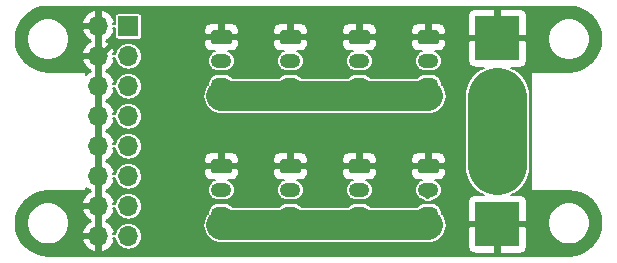
<source format=gbr>
G04 #@! TF.GenerationSoftware,KiCad,Pcbnew,(5.1.4)-1*
G04 #@! TF.CreationDate,2021-11-14T18:33:35-06:00*
G04 #@! TF.ProjectId,FadecandyHatV1.0,46616465-6361-46e6-9479-48617456312e,rev?*
G04 #@! TF.SameCoordinates,Original*
G04 #@! TF.FileFunction,Copper,L2,Bot*
G04 #@! TF.FilePolarity,Positive*
%FSLAX46Y46*%
G04 Gerber Fmt 4.6, Leading zero omitted, Abs format (unit mm)*
G04 Created by KiCad (PCBNEW (5.1.4)-1) date 2021-11-14 18:33:35*
%MOMM*%
%LPD*%
G04 APERTURE LIST*
%ADD10O,1.750000X1.200000*%
%ADD11C,0.100000*%
%ADD12C,1.200000*%
%ADD13C,3.800000*%
%ADD14R,3.800000X3.800000*%
%ADD15C,4.000000*%
%ADD16R,1.700000X1.700000*%
%ADD17O,1.700000X1.700000*%
%ADD18C,0.800000*%
%ADD19C,0.500000*%
%ADD20C,5.000000*%
%ADD21C,2.500000*%
%ADD22C,0.150000*%
G04 APERTURE END LIST*
D10*
X29210000Y-18391000D03*
X29210000Y-16391000D03*
D11*
G36*
X29859505Y-13792204D02*
G01*
X29883773Y-13795804D01*
X29907572Y-13801765D01*
X29930671Y-13810030D01*
X29952850Y-13820520D01*
X29973893Y-13833132D01*
X29993599Y-13847747D01*
X30011777Y-13864223D01*
X30028253Y-13882401D01*
X30042868Y-13902107D01*
X30055480Y-13923150D01*
X30065970Y-13945329D01*
X30074235Y-13968428D01*
X30080196Y-13992227D01*
X30083796Y-14016495D01*
X30085000Y-14040999D01*
X30085000Y-14741001D01*
X30083796Y-14765505D01*
X30080196Y-14789773D01*
X30074235Y-14813572D01*
X30065970Y-14836671D01*
X30055480Y-14858850D01*
X30042868Y-14879893D01*
X30028253Y-14899599D01*
X30011777Y-14917777D01*
X29993599Y-14934253D01*
X29973893Y-14948868D01*
X29952850Y-14961480D01*
X29930671Y-14971970D01*
X29907572Y-14980235D01*
X29883773Y-14986196D01*
X29859505Y-14989796D01*
X29835001Y-14991000D01*
X28584999Y-14991000D01*
X28560495Y-14989796D01*
X28536227Y-14986196D01*
X28512428Y-14980235D01*
X28489329Y-14971970D01*
X28467150Y-14961480D01*
X28446107Y-14948868D01*
X28426401Y-14934253D01*
X28408223Y-14917777D01*
X28391747Y-14899599D01*
X28377132Y-14879893D01*
X28364520Y-14858850D01*
X28354030Y-14836671D01*
X28345765Y-14813572D01*
X28339804Y-14789773D01*
X28336204Y-14765505D01*
X28335000Y-14741001D01*
X28335000Y-14040999D01*
X28336204Y-14016495D01*
X28339804Y-13992227D01*
X28345765Y-13968428D01*
X28354030Y-13945329D01*
X28364520Y-13923150D01*
X28377132Y-13902107D01*
X28391747Y-13882401D01*
X28408223Y-13864223D01*
X28426401Y-13847747D01*
X28446107Y-13833132D01*
X28467150Y-13820520D01*
X28489329Y-13810030D01*
X28512428Y-13801765D01*
X28536227Y-13795804D01*
X28560495Y-13792204D01*
X28584999Y-13791000D01*
X29835001Y-13791000D01*
X29859505Y-13792204D01*
X29859505Y-13792204D01*
G37*
D12*
X29210000Y-14391000D03*
D10*
X23368000Y-18391000D03*
X23368000Y-16391000D03*
D11*
G36*
X24017505Y-13792204D02*
G01*
X24041773Y-13795804D01*
X24065572Y-13801765D01*
X24088671Y-13810030D01*
X24110850Y-13820520D01*
X24131893Y-13833132D01*
X24151599Y-13847747D01*
X24169777Y-13864223D01*
X24186253Y-13882401D01*
X24200868Y-13902107D01*
X24213480Y-13923150D01*
X24223970Y-13945329D01*
X24232235Y-13968428D01*
X24238196Y-13992227D01*
X24241796Y-14016495D01*
X24243000Y-14040999D01*
X24243000Y-14741001D01*
X24241796Y-14765505D01*
X24238196Y-14789773D01*
X24232235Y-14813572D01*
X24223970Y-14836671D01*
X24213480Y-14858850D01*
X24200868Y-14879893D01*
X24186253Y-14899599D01*
X24169777Y-14917777D01*
X24151599Y-14934253D01*
X24131893Y-14948868D01*
X24110850Y-14961480D01*
X24088671Y-14971970D01*
X24065572Y-14980235D01*
X24041773Y-14986196D01*
X24017505Y-14989796D01*
X23993001Y-14991000D01*
X22742999Y-14991000D01*
X22718495Y-14989796D01*
X22694227Y-14986196D01*
X22670428Y-14980235D01*
X22647329Y-14971970D01*
X22625150Y-14961480D01*
X22604107Y-14948868D01*
X22584401Y-14934253D01*
X22566223Y-14917777D01*
X22549747Y-14899599D01*
X22535132Y-14879893D01*
X22522520Y-14858850D01*
X22512030Y-14836671D01*
X22503765Y-14813572D01*
X22497804Y-14789773D01*
X22494204Y-14765505D01*
X22493000Y-14741001D01*
X22493000Y-14040999D01*
X22494204Y-14016495D01*
X22497804Y-13992227D01*
X22503765Y-13968428D01*
X22512030Y-13945329D01*
X22522520Y-13923150D01*
X22535132Y-13902107D01*
X22549747Y-13882401D01*
X22566223Y-13864223D01*
X22584401Y-13847747D01*
X22604107Y-13833132D01*
X22625150Y-13820520D01*
X22647329Y-13810030D01*
X22670428Y-13801765D01*
X22694227Y-13795804D01*
X22718495Y-13792204D01*
X22742999Y-13791000D01*
X23993001Y-13791000D01*
X24017505Y-13792204D01*
X24017505Y-13792204D01*
G37*
D12*
X23368000Y-14391000D03*
D10*
X17526000Y-18391000D03*
X17526000Y-16391000D03*
D11*
G36*
X18175505Y-13792204D02*
G01*
X18199773Y-13795804D01*
X18223572Y-13801765D01*
X18246671Y-13810030D01*
X18268850Y-13820520D01*
X18289893Y-13833132D01*
X18309599Y-13847747D01*
X18327777Y-13864223D01*
X18344253Y-13882401D01*
X18358868Y-13902107D01*
X18371480Y-13923150D01*
X18381970Y-13945329D01*
X18390235Y-13968428D01*
X18396196Y-13992227D01*
X18399796Y-14016495D01*
X18401000Y-14040999D01*
X18401000Y-14741001D01*
X18399796Y-14765505D01*
X18396196Y-14789773D01*
X18390235Y-14813572D01*
X18381970Y-14836671D01*
X18371480Y-14858850D01*
X18358868Y-14879893D01*
X18344253Y-14899599D01*
X18327777Y-14917777D01*
X18309599Y-14934253D01*
X18289893Y-14948868D01*
X18268850Y-14961480D01*
X18246671Y-14971970D01*
X18223572Y-14980235D01*
X18199773Y-14986196D01*
X18175505Y-14989796D01*
X18151001Y-14991000D01*
X16900999Y-14991000D01*
X16876495Y-14989796D01*
X16852227Y-14986196D01*
X16828428Y-14980235D01*
X16805329Y-14971970D01*
X16783150Y-14961480D01*
X16762107Y-14948868D01*
X16742401Y-14934253D01*
X16724223Y-14917777D01*
X16707747Y-14899599D01*
X16693132Y-14879893D01*
X16680520Y-14858850D01*
X16670030Y-14836671D01*
X16661765Y-14813572D01*
X16655804Y-14789773D01*
X16652204Y-14765505D01*
X16651000Y-14741001D01*
X16651000Y-14040999D01*
X16652204Y-14016495D01*
X16655804Y-13992227D01*
X16661765Y-13968428D01*
X16670030Y-13945329D01*
X16680520Y-13923150D01*
X16693132Y-13902107D01*
X16707747Y-13882401D01*
X16724223Y-13864223D01*
X16742401Y-13847747D01*
X16762107Y-13833132D01*
X16783150Y-13820520D01*
X16805329Y-13810030D01*
X16828428Y-13801765D01*
X16852227Y-13795804D01*
X16876495Y-13792204D01*
X16900999Y-13791000D01*
X18151001Y-13791000D01*
X18175505Y-13792204D01*
X18175505Y-13792204D01*
G37*
D12*
X17526000Y-14391000D03*
D10*
X11684000Y-18391000D03*
X11684000Y-16391000D03*
D11*
G36*
X12333505Y-13792204D02*
G01*
X12357773Y-13795804D01*
X12381572Y-13801765D01*
X12404671Y-13810030D01*
X12426850Y-13820520D01*
X12447893Y-13833132D01*
X12467599Y-13847747D01*
X12485777Y-13864223D01*
X12502253Y-13882401D01*
X12516868Y-13902107D01*
X12529480Y-13923150D01*
X12539970Y-13945329D01*
X12548235Y-13968428D01*
X12554196Y-13992227D01*
X12557796Y-14016495D01*
X12559000Y-14040999D01*
X12559000Y-14741001D01*
X12557796Y-14765505D01*
X12554196Y-14789773D01*
X12548235Y-14813572D01*
X12539970Y-14836671D01*
X12529480Y-14858850D01*
X12516868Y-14879893D01*
X12502253Y-14899599D01*
X12485777Y-14917777D01*
X12467599Y-14934253D01*
X12447893Y-14948868D01*
X12426850Y-14961480D01*
X12404671Y-14971970D01*
X12381572Y-14980235D01*
X12357773Y-14986196D01*
X12333505Y-14989796D01*
X12309001Y-14991000D01*
X11058999Y-14991000D01*
X11034495Y-14989796D01*
X11010227Y-14986196D01*
X10986428Y-14980235D01*
X10963329Y-14971970D01*
X10941150Y-14961480D01*
X10920107Y-14948868D01*
X10900401Y-14934253D01*
X10882223Y-14917777D01*
X10865747Y-14899599D01*
X10851132Y-14879893D01*
X10838520Y-14858850D01*
X10828030Y-14836671D01*
X10819765Y-14813572D01*
X10813804Y-14789773D01*
X10810204Y-14765505D01*
X10809000Y-14741001D01*
X10809000Y-14040999D01*
X10810204Y-14016495D01*
X10813804Y-13992227D01*
X10819765Y-13968428D01*
X10828030Y-13945329D01*
X10838520Y-13923150D01*
X10851132Y-13902107D01*
X10865747Y-13882401D01*
X10882223Y-13864223D01*
X10900401Y-13847747D01*
X10920107Y-13833132D01*
X10941150Y-13820520D01*
X10963329Y-13810030D01*
X10986428Y-13801765D01*
X11010227Y-13795804D01*
X11034495Y-13792204D01*
X11058999Y-13791000D01*
X12309001Y-13791000D01*
X12333505Y-13792204D01*
X12333505Y-13792204D01*
G37*
D12*
X11684000Y-14391000D03*
D10*
X29210000Y-7469000D03*
X29210000Y-5469000D03*
D11*
G36*
X29859505Y-2870204D02*
G01*
X29883773Y-2873804D01*
X29907572Y-2879765D01*
X29930671Y-2888030D01*
X29952850Y-2898520D01*
X29973893Y-2911132D01*
X29993599Y-2925747D01*
X30011777Y-2942223D01*
X30028253Y-2960401D01*
X30042868Y-2980107D01*
X30055480Y-3001150D01*
X30065970Y-3023329D01*
X30074235Y-3046428D01*
X30080196Y-3070227D01*
X30083796Y-3094495D01*
X30085000Y-3118999D01*
X30085000Y-3819001D01*
X30083796Y-3843505D01*
X30080196Y-3867773D01*
X30074235Y-3891572D01*
X30065970Y-3914671D01*
X30055480Y-3936850D01*
X30042868Y-3957893D01*
X30028253Y-3977599D01*
X30011777Y-3995777D01*
X29993599Y-4012253D01*
X29973893Y-4026868D01*
X29952850Y-4039480D01*
X29930671Y-4049970D01*
X29907572Y-4058235D01*
X29883773Y-4064196D01*
X29859505Y-4067796D01*
X29835001Y-4069000D01*
X28584999Y-4069000D01*
X28560495Y-4067796D01*
X28536227Y-4064196D01*
X28512428Y-4058235D01*
X28489329Y-4049970D01*
X28467150Y-4039480D01*
X28446107Y-4026868D01*
X28426401Y-4012253D01*
X28408223Y-3995777D01*
X28391747Y-3977599D01*
X28377132Y-3957893D01*
X28364520Y-3936850D01*
X28354030Y-3914671D01*
X28345765Y-3891572D01*
X28339804Y-3867773D01*
X28336204Y-3843505D01*
X28335000Y-3819001D01*
X28335000Y-3118999D01*
X28336204Y-3094495D01*
X28339804Y-3070227D01*
X28345765Y-3046428D01*
X28354030Y-3023329D01*
X28364520Y-3001150D01*
X28377132Y-2980107D01*
X28391747Y-2960401D01*
X28408223Y-2942223D01*
X28426401Y-2925747D01*
X28446107Y-2911132D01*
X28467150Y-2898520D01*
X28489329Y-2888030D01*
X28512428Y-2879765D01*
X28536227Y-2873804D01*
X28560495Y-2870204D01*
X28584999Y-2869000D01*
X29835001Y-2869000D01*
X29859505Y-2870204D01*
X29859505Y-2870204D01*
G37*
D12*
X29210000Y-3469000D03*
D10*
X23368000Y-7469000D03*
X23368000Y-5469000D03*
D11*
G36*
X24017505Y-2870204D02*
G01*
X24041773Y-2873804D01*
X24065572Y-2879765D01*
X24088671Y-2888030D01*
X24110850Y-2898520D01*
X24131893Y-2911132D01*
X24151599Y-2925747D01*
X24169777Y-2942223D01*
X24186253Y-2960401D01*
X24200868Y-2980107D01*
X24213480Y-3001150D01*
X24223970Y-3023329D01*
X24232235Y-3046428D01*
X24238196Y-3070227D01*
X24241796Y-3094495D01*
X24243000Y-3118999D01*
X24243000Y-3819001D01*
X24241796Y-3843505D01*
X24238196Y-3867773D01*
X24232235Y-3891572D01*
X24223970Y-3914671D01*
X24213480Y-3936850D01*
X24200868Y-3957893D01*
X24186253Y-3977599D01*
X24169777Y-3995777D01*
X24151599Y-4012253D01*
X24131893Y-4026868D01*
X24110850Y-4039480D01*
X24088671Y-4049970D01*
X24065572Y-4058235D01*
X24041773Y-4064196D01*
X24017505Y-4067796D01*
X23993001Y-4069000D01*
X22742999Y-4069000D01*
X22718495Y-4067796D01*
X22694227Y-4064196D01*
X22670428Y-4058235D01*
X22647329Y-4049970D01*
X22625150Y-4039480D01*
X22604107Y-4026868D01*
X22584401Y-4012253D01*
X22566223Y-3995777D01*
X22549747Y-3977599D01*
X22535132Y-3957893D01*
X22522520Y-3936850D01*
X22512030Y-3914671D01*
X22503765Y-3891572D01*
X22497804Y-3867773D01*
X22494204Y-3843505D01*
X22493000Y-3819001D01*
X22493000Y-3118999D01*
X22494204Y-3094495D01*
X22497804Y-3070227D01*
X22503765Y-3046428D01*
X22512030Y-3023329D01*
X22522520Y-3001150D01*
X22535132Y-2980107D01*
X22549747Y-2960401D01*
X22566223Y-2942223D01*
X22584401Y-2925747D01*
X22604107Y-2911132D01*
X22625150Y-2898520D01*
X22647329Y-2888030D01*
X22670428Y-2879765D01*
X22694227Y-2873804D01*
X22718495Y-2870204D01*
X22742999Y-2869000D01*
X23993001Y-2869000D01*
X24017505Y-2870204D01*
X24017505Y-2870204D01*
G37*
D12*
X23368000Y-3469000D03*
D10*
X17526000Y-7469000D03*
X17526000Y-5469000D03*
D11*
G36*
X18175505Y-2870204D02*
G01*
X18199773Y-2873804D01*
X18223572Y-2879765D01*
X18246671Y-2888030D01*
X18268850Y-2898520D01*
X18289893Y-2911132D01*
X18309599Y-2925747D01*
X18327777Y-2942223D01*
X18344253Y-2960401D01*
X18358868Y-2980107D01*
X18371480Y-3001150D01*
X18381970Y-3023329D01*
X18390235Y-3046428D01*
X18396196Y-3070227D01*
X18399796Y-3094495D01*
X18401000Y-3118999D01*
X18401000Y-3819001D01*
X18399796Y-3843505D01*
X18396196Y-3867773D01*
X18390235Y-3891572D01*
X18381970Y-3914671D01*
X18371480Y-3936850D01*
X18358868Y-3957893D01*
X18344253Y-3977599D01*
X18327777Y-3995777D01*
X18309599Y-4012253D01*
X18289893Y-4026868D01*
X18268850Y-4039480D01*
X18246671Y-4049970D01*
X18223572Y-4058235D01*
X18199773Y-4064196D01*
X18175505Y-4067796D01*
X18151001Y-4069000D01*
X16900999Y-4069000D01*
X16876495Y-4067796D01*
X16852227Y-4064196D01*
X16828428Y-4058235D01*
X16805329Y-4049970D01*
X16783150Y-4039480D01*
X16762107Y-4026868D01*
X16742401Y-4012253D01*
X16724223Y-3995777D01*
X16707747Y-3977599D01*
X16693132Y-3957893D01*
X16680520Y-3936850D01*
X16670030Y-3914671D01*
X16661765Y-3891572D01*
X16655804Y-3867773D01*
X16652204Y-3843505D01*
X16651000Y-3819001D01*
X16651000Y-3118999D01*
X16652204Y-3094495D01*
X16655804Y-3070227D01*
X16661765Y-3046428D01*
X16670030Y-3023329D01*
X16680520Y-3001150D01*
X16693132Y-2980107D01*
X16707747Y-2960401D01*
X16724223Y-2942223D01*
X16742401Y-2925747D01*
X16762107Y-2911132D01*
X16783150Y-2898520D01*
X16805329Y-2888030D01*
X16828428Y-2879765D01*
X16852227Y-2873804D01*
X16876495Y-2870204D01*
X16900999Y-2869000D01*
X18151001Y-2869000D01*
X18175505Y-2870204D01*
X18175505Y-2870204D01*
G37*
D12*
X17526000Y-3469000D03*
D10*
X11684000Y-7469000D03*
X11684000Y-5469000D03*
D11*
G36*
X12333505Y-2870204D02*
G01*
X12357773Y-2873804D01*
X12381572Y-2879765D01*
X12404671Y-2888030D01*
X12426850Y-2898520D01*
X12447893Y-2911132D01*
X12467599Y-2925747D01*
X12485777Y-2942223D01*
X12502253Y-2960401D01*
X12516868Y-2980107D01*
X12529480Y-3001150D01*
X12539970Y-3023329D01*
X12548235Y-3046428D01*
X12554196Y-3070227D01*
X12557796Y-3094495D01*
X12559000Y-3118999D01*
X12559000Y-3819001D01*
X12557796Y-3843505D01*
X12554196Y-3867773D01*
X12548235Y-3891572D01*
X12539970Y-3914671D01*
X12529480Y-3936850D01*
X12516868Y-3957893D01*
X12502253Y-3977599D01*
X12485777Y-3995777D01*
X12467599Y-4012253D01*
X12447893Y-4026868D01*
X12426850Y-4039480D01*
X12404671Y-4049970D01*
X12381572Y-4058235D01*
X12357773Y-4064196D01*
X12333505Y-4067796D01*
X12309001Y-4069000D01*
X11058999Y-4069000D01*
X11034495Y-4067796D01*
X11010227Y-4064196D01*
X10986428Y-4058235D01*
X10963329Y-4049970D01*
X10941150Y-4039480D01*
X10920107Y-4026868D01*
X10900401Y-4012253D01*
X10882223Y-3995777D01*
X10865747Y-3977599D01*
X10851132Y-3957893D01*
X10838520Y-3936850D01*
X10828030Y-3914671D01*
X10819765Y-3891572D01*
X10813804Y-3867773D01*
X10810204Y-3843505D01*
X10809000Y-3819001D01*
X10809000Y-3118999D01*
X10810204Y-3094495D01*
X10813804Y-3070227D01*
X10819765Y-3046428D01*
X10828030Y-3023329D01*
X10838520Y-3001150D01*
X10851132Y-2980107D01*
X10865747Y-2960401D01*
X10882223Y-2942223D01*
X10900401Y-2925747D01*
X10920107Y-2911132D01*
X10941150Y-2898520D01*
X10963329Y-2888030D01*
X10986428Y-2879765D01*
X11010227Y-2873804D01*
X11034495Y-2870204D01*
X11058999Y-2869000D01*
X12309001Y-2869000D01*
X12333505Y-2870204D01*
X12333505Y-2870204D01*
G37*
D12*
X11684000Y-3469000D03*
D13*
X35052000Y-8556000D03*
D14*
X35052000Y-3556000D03*
X35052000Y-19304000D03*
D15*
X35052000Y-14304000D03*
D16*
X3810000Y-2540000D03*
D17*
X1270000Y-2540000D03*
X3810000Y-5080000D03*
X1270000Y-5080000D03*
X3810000Y-7620000D03*
X1270000Y-7620000D03*
X3810000Y-10160000D03*
X1270000Y-10160000D03*
X3810000Y-12700000D03*
X1270000Y-12700000D03*
X3810000Y-15240000D03*
X1270000Y-15240000D03*
X3810000Y-17780000D03*
X1270000Y-17780000D03*
X3810000Y-20320000D03*
X1270000Y-20320000D03*
D18*
X31220000Y-11500000D03*
X29320000Y-11500000D03*
X31630000Y-21340000D03*
X2700000Y-6400000D03*
X2690000Y-8910000D03*
X2730000Y-11430000D03*
X2710000Y-13950000D03*
X2720000Y-16500000D03*
X2720000Y-19050000D03*
X2550000Y-3940000D03*
D19*
X1270000Y-5080000D02*
X1410000Y-5080000D01*
X1410000Y-5080000D02*
X2550000Y-3940000D01*
D20*
X35052000Y-14304000D02*
X35052000Y-8556000D01*
D21*
X11684000Y-19391000D02*
X17526000Y-19391000D01*
X17526000Y-19391000D02*
X23368000Y-19391000D01*
X23368000Y-19391000D02*
X29210000Y-19391000D01*
X11684000Y-8469000D02*
X17526000Y-8469000D01*
X23368000Y-8469000D02*
X29210000Y-8469000D01*
X17526000Y-8469000D02*
X23368000Y-8469000D01*
D19*
X29085000Y-16891000D02*
X29210000Y-16891000D01*
D22*
G36*
X41633912Y-938550D02*
G01*
X42147487Y-1093607D01*
X42621164Y-1345465D01*
X43036900Y-1684531D01*
X43378860Y-2097889D01*
X43634017Y-2569794D01*
X43792658Y-3082278D01*
X43848734Y-3615813D01*
X43800113Y-4150075D01*
X43648644Y-4664720D01*
X43400099Y-5140141D01*
X43063945Y-5558234D01*
X42652981Y-5903073D01*
X42182866Y-6161521D01*
X41671505Y-6323734D01*
X41127042Y-6384805D01*
X41099118Y-6385000D01*
X38112275Y-6385000D01*
X38100000Y-6383791D01*
X38087725Y-6385000D01*
X38050992Y-6388618D01*
X38003866Y-6402913D01*
X37960436Y-6426127D01*
X37922368Y-6457368D01*
X37891127Y-6495436D01*
X37867913Y-6538866D01*
X37853618Y-6585992D01*
X37848791Y-6635000D01*
X37850000Y-6647275D01*
X37850001Y-16212715D01*
X37848791Y-16225000D01*
X37853618Y-16274008D01*
X37867913Y-16321134D01*
X37891127Y-16364564D01*
X37922368Y-16402632D01*
X37960436Y-16433873D01*
X38003866Y-16457087D01*
X38050992Y-16471382D01*
X38087725Y-16475000D01*
X38100000Y-16476209D01*
X38112275Y-16475000D01*
X41087771Y-16475000D01*
X41633912Y-16528550D01*
X42147487Y-16683607D01*
X42621164Y-16935465D01*
X43036900Y-17274531D01*
X43378860Y-17687889D01*
X43634017Y-18159794D01*
X43792658Y-18672278D01*
X43848734Y-19205813D01*
X43800113Y-19740075D01*
X43648644Y-20254720D01*
X43400099Y-20730141D01*
X43063945Y-21148234D01*
X42652981Y-21493073D01*
X42182866Y-21751521D01*
X41671505Y-21913734D01*
X41127042Y-21974805D01*
X41099118Y-21975000D01*
X-2987771Y-21975000D01*
X-3533912Y-21921450D01*
X-4047487Y-21766393D01*
X-4521163Y-21514535D01*
X-4936900Y-21175469D01*
X-5278860Y-20762111D01*
X-5534017Y-20290206D01*
X-5692659Y-19777719D01*
X-5748735Y-19244192D01*
X-5731079Y-19050178D01*
X-4775000Y-19050178D01*
X-4775000Y-19399822D01*
X-4706787Y-19742748D01*
X-4572984Y-20065778D01*
X-4378732Y-20356496D01*
X-4131496Y-20603732D01*
X-3840778Y-20797984D01*
X-3517748Y-20931787D01*
X-3174822Y-21000000D01*
X-2825178Y-21000000D01*
X-2482252Y-20931787D01*
X-2159222Y-20797984D01*
X-2033647Y-20714077D01*
X-99427Y-20714077D01*
X-87581Y-20753153D01*
X23009Y-21009681D01*
X181520Y-21239705D01*
X381860Y-21434385D01*
X616331Y-21586240D01*
X875922Y-21689434D01*
X1095000Y-21590471D01*
X1095000Y-20495000D01*
X757Y-20495000D01*
X-99427Y-20714077D01*
X-2033647Y-20714077D01*
X-1868504Y-20603732D01*
X-1621268Y-20356496D01*
X-1427016Y-20065778D01*
X-1293213Y-19742748D01*
X-1225000Y-19399822D01*
X-1225000Y-19050178D01*
X-1293213Y-18707252D01*
X-1427016Y-18384222D01*
X-1567430Y-18174077D01*
X-99427Y-18174077D01*
X-87581Y-18213153D01*
X23009Y-18469681D01*
X181520Y-18699705D01*
X381860Y-18894385D01*
X616331Y-19046240D01*
X625790Y-19050000D01*
X616331Y-19053760D01*
X381860Y-19205615D01*
X181520Y-19400295D01*
X23009Y-19630319D01*
X-87581Y-19886847D01*
X-99427Y-19925923D01*
X757Y-20145000D01*
X1095000Y-20145000D01*
X1095000Y-17955000D01*
X757Y-17955000D01*
X-99427Y-18174077D01*
X-1567430Y-18174077D01*
X-1621268Y-18093504D01*
X-1868504Y-17846268D01*
X-2159222Y-17652016D01*
X-2482252Y-17518213D01*
X-2825178Y-17450000D01*
X-3174822Y-17450000D01*
X-3517748Y-17518213D01*
X-3840778Y-17652016D01*
X-4131496Y-17846268D01*
X-4378732Y-18093504D01*
X-4572984Y-18384222D01*
X-4706787Y-18707252D01*
X-4775000Y-19050178D01*
X-5731079Y-19050178D01*
X-5700113Y-18709928D01*
X-5548644Y-18195279D01*
X-5300098Y-17719855D01*
X-4963945Y-17301766D01*
X-4552984Y-16956929D01*
X-4082870Y-16698481D01*
X-3571505Y-16536266D01*
X-3027042Y-16475195D01*
X-2999118Y-16475000D01*
X-12275Y-16475000D01*
X0Y-16476209D01*
X12275Y-16475000D01*
X49008Y-16471382D01*
X96134Y-16457087D01*
X139564Y-16433873D01*
X177632Y-16402632D01*
X208873Y-16364564D01*
X232087Y-16321134D01*
X246382Y-16274008D01*
X250991Y-16227213D01*
X381860Y-16354385D01*
X616331Y-16506240D01*
X625790Y-16510000D01*
X616331Y-16513760D01*
X381860Y-16665615D01*
X181520Y-16860295D01*
X23009Y-17090319D01*
X-87581Y-17346847D01*
X-99427Y-17385923D01*
X757Y-17605000D01*
X1095000Y-17605000D01*
X1095000Y-15415000D01*
X1075000Y-15415000D01*
X1075000Y-15065000D01*
X1095000Y-15065000D01*
X1095000Y-12875000D01*
X1075000Y-12875000D01*
X1075000Y-12525000D01*
X1095000Y-12525000D01*
X1095000Y-10335000D01*
X1075000Y-10335000D01*
X1075000Y-9985000D01*
X1095000Y-9985000D01*
X1095000Y-7795000D01*
X1075000Y-7795000D01*
X1075000Y-7445000D01*
X1095000Y-7445000D01*
X1095000Y-5255000D01*
X757Y-5255000D01*
X-99427Y-5474077D01*
X-87581Y-5513153D01*
X23009Y-5769681D01*
X181520Y-5999705D01*
X381860Y-6194385D01*
X616331Y-6346240D01*
X625790Y-6350000D01*
X616331Y-6353760D01*
X381860Y-6505615D01*
X250991Y-6632787D01*
X246382Y-6585992D01*
X232087Y-6538866D01*
X208873Y-6495436D01*
X177632Y-6457368D01*
X139564Y-6426127D01*
X96134Y-6402913D01*
X49008Y-6388618D01*
X12275Y-6385000D01*
X0Y-6383791D01*
X-12275Y-6385000D01*
X-2987771Y-6385000D01*
X-3533912Y-6331450D01*
X-4047487Y-6176393D01*
X-4521163Y-5924535D01*
X-4936900Y-5585469D01*
X-5278860Y-5172111D01*
X-5534017Y-4700206D01*
X-5692659Y-4187719D01*
X-5748735Y-3654192D01*
X-5731079Y-3460178D01*
X-4775000Y-3460178D01*
X-4775000Y-3809822D01*
X-4706787Y-4152748D01*
X-4572984Y-4475778D01*
X-4378732Y-4766496D01*
X-4131496Y-5013732D01*
X-3840778Y-5207984D01*
X-3517748Y-5341787D01*
X-3174822Y-5410000D01*
X-2825178Y-5410000D01*
X-2482252Y-5341787D01*
X-2159222Y-5207984D01*
X-1868504Y-5013732D01*
X-1621268Y-4766496D01*
X-1427016Y-4475778D01*
X-1293213Y-4152748D01*
X-1225000Y-3809822D01*
X-1225000Y-3460178D01*
X-1293213Y-3117252D01*
X-1369086Y-2934077D01*
X-99427Y-2934077D01*
X-87581Y-2973153D01*
X23009Y-3229681D01*
X181520Y-3459705D01*
X381860Y-3654385D01*
X616331Y-3806240D01*
X625790Y-3810000D01*
X616331Y-3813760D01*
X381860Y-3965615D01*
X181520Y-4160295D01*
X23009Y-4390319D01*
X-87581Y-4646847D01*
X-99427Y-4685923D01*
X757Y-4905000D01*
X1095000Y-4905000D01*
X1095000Y-2715000D01*
X757Y-2715000D01*
X-99427Y-2934077D01*
X-1369086Y-2934077D01*
X-1427016Y-2794222D01*
X-1621268Y-2503504D01*
X-1868504Y-2256268D01*
X-2033646Y-2145923D01*
X-99427Y-2145923D01*
X757Y-2365000D01*
X1095000Y-2365000D01*
X1095000Y-1269529D01*
X1445000Y-1269529D01*
X1445000Y-2365000D01*
X1465000Y-2365000D01*
X1465000Y-2715000D01*
X1445000Y-2715000D01*
X1445000Y-4905000D01*
X1465000Y-4905000D01*
X1465000Y-5255000D01*
X1445000Y-5255000D01*
X1445000Y-7445000D01*
X1465000Y-7445000D01*
X1465000Y-7795000D01*
X1445000Y-7795000D01*
X1445000Y-9985000D01*
X1465000Y-9985000D01*
X1465000Y-10335000D01*
X1445000Y-10335000D01*
X1445000Y-12525000D01*
X1465000Y-12525000D01*
X1465000Y-12875000D01*
X1445000Y-12875000D01*
X1445000Y-15065000D01*
X1465000Y-15065000D01*
X1465000Y-15415000D01*
X1445000Y-15415000D01*
X1445000Y-17605000D01*
X1465000Y-17605000D01*
X1465000Y-17955000D01*
X1445000Y-17955000D01*
X1445000Y-20145000D01*
X1465000Y-20145000D01*
X1465000Y-20495000D01*
X1445000Y-20495000D01*
X1445000Y-21590471D01*
X1664078Y-21689434D01*
X1923669Y-21586240D01*
X2158140Y-21434385D01*
X2358480Y-21239705D01*
X2516991Y-21009681D01*
X2627581Y-20753153D01*
X2639427Y-20714077D01*
X2539244Y-20495002D01*
X2695000Y-20495002D01*
X2695000Y-20476796D01*
X2701278Y-20540538D01*
X2765607Y-20752602D01*
X2870071Y-20948040D01*
X3010656Y-21119344D01*
X3181960Y-21259929D01*
X3377398Y-21364393D01*
X3589462Y-21428722D01*
X3754736Y-21445000D01*
X3865264Y-21445000D01*
X4030538Y-21428722D01*
X4242602Y-21364393D01*
X4438040Y-21259929D01*
X4506189Y-21204000D01*
X32574218Y-21204000D01*
X32585320Y-21316720D01*
X32618199Y-21425108D01*
X32671592Y-21524998D01*
X32743446Y-21612554D01*
X32831002Y-21684408D01*
X32930892Y-21737801D01*
X33039280Y-21770680D01*
X33152000Y-21781782D01*
X34733250Y-21779000D01*
X34877000Y-21635250D01*
X34877000Y-19479000D01*
X35227000Y-19479000D01*
X35227000Y-21635250D01*
X35370750Y-21779000D01*
X36952000Y-21781782D01*
X37064720Y-21770680D01*
X37173108Y-21737801D01*
X37272998Y-21684408D01*
X37360554Y-21612554D01*
X37432408Y-21524998D01*
X37485801Y-21425108D01*
X37518680Y-21316720D01*
X37529782Y-21204000D01*
X37527000Y-19622750D01*
X37383250Y-19479000D01*
X35227000Y-19479000D01*
X34877000Y-19479000D01*
X32720750Y-19479000D01*
X32577000Y-19622750D01*
X32574218Y-21204000D01*
X4506189Y-21204000D01*
X4609344Y-21119344D01*
X4749929Y-20948040D01*
X4854393Y-20752602D01*
X4918722Y-20540538D01*
X4940443Y-20320000D01*
X4918722Y-20099462D01*
X4854393Y-19887398D01*
X4749929Y-19691960D01*
X4609344Y-19520656D01*
X4451358Y-19391000D01*
X10151622Y-19391000D01*
X10181066Y-19689952D01*
X10268267Y-19977416D01*
X10409874Y-20242344D01*
X10600445Y-20474555D01*
X10832656Y-20665126D01*
X11097584Y-20806733D01*
X11385048Y-20893934D01*
X11609089Y-20916000D01*
X29284911Y-20916000D01*
X29508952Y-20893934D01*
X29796416Y-20806733D01*
X30061344Y-20665126D01*
X30293555Y-20474555D01*
X30484126Y-20242344D01*
X30625733Y-19977416D01*
X30712934Y-19689952D01*
X30742378Y-19391000D01*
X30712934Y-19092048D01*
X30625733Y-18804584D01*
X30484126Y-18539656D01*
X30364007Y-18393291D01*
X30364233Y-18391000D01*
X30347339Y-18219470D01*
X30297305Y-18054532D01*
X30216056Y-17902524D01*
X30106712Y-17769288D01*
X29973476Y-17659944D01*
X29821468Y-17578695D01*
X29656530Y-17528661D01*
X29527979Y-17516000D01*
X28892021Y-17516000D01*
X28763470Y-17528661D01*
X28598532Y-17578695D01*
X28446524Y-17659944D01*
X28313288Y-17769288D01*
X28233918Y-17866000D01*
X24344082Y-17866000D01*
X24264712Y-17769288D01*
X24131476Y-17659944D01*
X23979468Y-17578695D01*
X23814530Y-17528661D01*
X23685979Y-17516000D01*
X23050021Y-17516000D01*
X22921470Y-17528661D01*
X22756532Y-17578695D01*
X22604524Y-17659944D01*
X22471288Y-17769288D01*
X22391918Y-17866000D01*
X18502082Y-17866000D01*
X18422712Y-17769288D01*
X18289476Y-17659944D01*
X18137468Y-17578695D01*
X17972530Y-17528661D01*
X17843979Y-17516000D01*
X17208021Y-17516000D01*
X17079470Y-17528661D01*
X16914532Y-17578695D01*
X16762524Y-17659944D01*
X16629288Y-17769288D01*
X16549918Y-17866000D01*
X12660082Y-17866000D01*
X12580712Y-17769288D01*
X12447476Y-17659944D01*
X12295468Y-17578695D01*
X12130530Y-17528661D01*
X12001979Y-17516000D01*
X11366021Y-17516000D01*
X11237470Y-17528661D01*
X11072532Y-17578695D01*
X10920524Y-17659944D01*
X10787288Y-17769288D01*
X10677944Y-17902524D01*
X10596695Y-18054532D01*
X10546661Y-18219470D01*
X10529767Y-18391000D01*
X10529993Y-18393291D01*
X10409874Y-18539656D01*
X10268267Y-18804584D01*
X10181066Y-19092048D01*
X10151622Y-19391000D01*
X4451358Y-19391000D01*
X4438040Y-19380071D01*
X4242602Y-19275607D01*
X4030538Y-19211278D01*
X3865264Y-19195000D01*
X3754736Y-19195000D01*
X3589462Y-19211278D01*
X3377398Y-19275607D01*
X3181960Y-19380071D01*
X3010656Y-19520656D01*
X2870071Y-19691960D01*
X2765607Y-19887398D01*
X2701278Y-20099462D01*
X2695000Y-20163204D01*
X2695000Y-20144998D01*
X2539244Y-20144998D01*
X2639427Y-19925923D01*
X2627581Y-19886847D01*
X2516991Y-19630319D01*
X2358480Y-19400295D01*
X2158140Y-19205615D01*
X1923669Y-19053760D01*
X1914210Y-19050000D01*
X1923669Y-19046240D01*
X2158140Y-18894385D01*
X2358480Y-18699705D01*
X2516991Y-18469681D01*
X2627581Y-18213153D01*
X2639427Y-18174077D01*
X2539244Y-17955002D01*
X2695000Y-17955002D01*
X2695000Y-17936796D01*
X2701278Y-18000538D01*
X2765607Y-18212602D01*
X2870071Y-18408040D01*
X3010656Y-18579344D01*
X3181960Y-18719929D01*
X3377398Y-18824393D01*
X3589462Y-18888722D01*
X3754736Y-18905000D01*
X3865264Y-18905000D01*
X4030538Y-18888722D01*
X4242602Y-18824393D01*
X4438040Y-18719929D01*
X4609344Y-18579344D01*
X4749929Y-18408040D01*
X4854393Y-18212602D01*
X4918722Y-18000538D01*
X4940443Y-17780000D01*
X4918722Y-17559462D01*
X4854393Y-17347398D01*
X4749929Y-17151960D01*
X4609344Y-16980656D01*
X4438040Y-16840071D01*
X4242602Y-16735607D01*
X4030538Y-16671278D01*
X3865264Y-16655000D01*
X3754736Y-16655000D01*
X3589462Y-16671278D01*
X3377398Y-16735607D01*
X3181960Y-16840071D01*
X3010656Y-16980656D01*
X2870071Y-17151960D01*
X2765607Y-17347398D01*
X2701278Y-17559462D01*
X2695000Y-17623204D01*
X2695000Y-17604998D01*
X2539244Y-17604998D01*
X2639427Y-17385923D01*
X2627581Y-17346847D01*
X2516991Y-17090319D01*
X2358480Y-16860295D01*
X2158140Y-16665615D01*
X1923669Y-16513760D01*
X1914210Y-16510000D01*
X1923669Y-16506240D01*
X2158140Y-16354385D01*
X2358480Y-16159705D01*
X2516991Y-15929681D01*
X2627581Y-15673153D01*
X2639427Y-15634077D01*
X2539244Y-15415002D01*
X2695000Y-15415002D01*
X2695000Y-15396796D01*
X2701278Y-15460538D01*
X2765607Y-15672602D01*
X2870071Y-15868040D01*
X3010656Y-16039344D01*
X3181960Y-16179929D01*
X3377398Y-16284393D01*
X3589462Y-16348722D01*
X3754736Y-16365000D01*
X3865264Y-16365000D01*
X4030538Y-16348722D01*
X4242602Y-16284393D01*
X4438040Y-16179929D01*
X4609344Y-16039344D01*
X4749929Y-15868040D01*
X4854393Y-15672602D01*
X4918722Y-15460538D01*
X4940443Y-15240000D01*
X4918722Y-15019462D01*
X4910089Y-14991000D01*
X10231218Y-14991000D01*
X10242320Y-15103720D01*
X10275199Y-15212108D01*
X10328592Y-15311998D01*
X10400446Y-15399554D01*
X10488002Y-15471408D01*
X10587892Y-15524801D01*
X10696280Y-15557680D01*
X10809000Y-15568782D01*
X11110176Y-15567276D01*
X11072532Y-15578695D01*
X10920524Y-15659944D01*
X10787288Y-15769288D01*
X10677944Y-15902524D01*
X10596695Y-16054532D01*
X10546661Y-16219470D01*
X10529767Y-16391000D01*
X10546661Y-16562530D01*
X10596695Y-16727468D01*
X10677944Y-16879476D01*
X10787288Y-17012712D01*
X10920524Y-17122056D01*
X11072532Y-17203305D01*
X11237470Y-17253339D01*
X11366021Y-17266000D01*
X12001979Y-17266000D01*
X12130530Y-17253339D01*
X12295468Y-17203305D01*
X12447476Y-17122056D01*
X12580712Y-17012712D01*
X12690056Y-16879476D01*
X12771305Y-16727468D01*
X12821339Y-16562530D01*
X12838233Y-16391000D01*
X12821339Y-16219470D01*
X12771305Y-16054532D01*
X12690056Y-15902524D01*
X12580712Y-15769288D01*
X12447476Y-15659944D01*
X12295468Y-15578695D01*
X12257824Y-15567276D01*
X12559000Y-15568782D01*
X12671720Y-15557680D01*
X12780108Y-15524801D01*
X12879998Y-15471408D01*
X12967554Y-15399554D01*
X13039408Y-15311998D01*
X13092801Y-15212108D01*
X13125680Y-15103720D01*
X13136782Y-14991000D01*
X16073218Y-14991000D01*
X16084320Y-15103720D01*
X16117199Y-15212108D01*
X16170592Y-15311998D01*
X16242446Y-15399554D01*
X16330002Y-15471408D01*
X16429892Y-15524801D01*
X16538280Y-15557680D01*
X16651000Y-15568782D01*
X16952176Y-15567276D01*
X16914532Y-15578695D01*
X16762524Y-15659944D01*
X16629288Y-15769288D01*
X16519944Y-15902524D01*
X16438695Y-16054532D01*
X16388661Y-16219470D01*
X16371767Y-16391000D01*
X16388661Y-16562530D01*
X16438695Y-16727468D01*
X16519944Y-16879476D01*
X16629288Y-17012712D01*
X16762524Y-17122056D01*
X16914532Y-17203305D01*
X17079470Y-17253339D01*
X17208021Y-17266000D01*
X17843979Y-17266000D01*
X17972530Y-17253339D01*
X18137468Y-17203305D01*
X18289476Y-17122056D01*
X18422712Y-17012712D01*
X18532056Y-16879476D01*
X18613305Y-16727468D01*
X18663339Y-16562530D01*
X18680233Y-16391000D01*
X18663339Y-16219470D01*
X18613305Y-16054532D01*
X18532056Y-15902524D01*
X18422712Y-15769288D01*
X18289476Y-15659944D01*
X18137468Y-15578695D01*
X18099824Y-15567276D01*
X18401000Y-15568782D01*
X18513720Y-15557680D01*
X18622108Y-15524801D01*
X18721998Y-15471408D01*
X18809554Y-15399554D01*
X18881408Y-15311998D01*
X18934801Y-15212108D01*
X18967680Y-15103720D01*
X18978782Y-14991000D01*
X21915218Y-14991000D01*
X21926320Y-15103720D01*
X21959199Y-15212108D01*
X22012592Y-15311998D01*
X22084446Y-15399554D01*
X22172002Y-15471408D01*
X22271892Y-15524801D01*
X22380280Y-15557680D01*
X22493000Y-15568782D01*
X22794176Y-15567276D01*
X22756532Y-15578695D01*
X22604524Y-15659944D01*
X22471288Y-15769288D01*
X22361944Y-15902524D01*
X22280695Y-16054532D01*
X22230661Y-16219470D01*
X22213767Y-16391000D01*
X22230661Y-16562530D01*
X22280695Y-16727468D01*
X22361944Y-16879476D01*
X22471288Y-17012712D01*
X22604524Y-17122056D01*
X22756532Y-17203305D01*
X22921470Y-17253339D01*
X23050021Y-17266000D01*
X23685979Y-17266000D01*
X23814530Y-17253339D01*
X23979468Y-17203305D01*
X24131476Y-17122056D01*
X24264712Y-17012712D01*
X24374056Y-16879476D01*
X24455305Y-16727468D01*
X24505339Y-16562530D01*
X24522233Y-16391000D01*
X24505339Y-16219470D01*
X24455305Y-16054532D01*
X24374056Y-15902524D01*
X24264712Y-15769288D01*
X24131476Y-15659944D01*
X23979468Y-15578695D01*
X23941824Y-15567276D01*
X24243000Y-15568782D01*
X24355720Y-15557680D01*
X24464108Y-15524801D01*
X24563998Y-15471408D01*
X24651554Y-15399554D01*
X24723408Y-15311998D01*
X24776801Y-15212108D01*
X24809680Y-15103720D01*
X24820782Y-14991000D01*
X27757218Y-14991000D01*
X27768320Y-15103720D01*
X27801199Y-15212108D01*
X27854592Y-15311998D01*
X27926446Y-15399554D01*
X28014002Y-15471408D01*
X28113892Y-15524801D01*
X28222280Y-15557680D01*
X28335000Y-15568782D01*
X28636176Y-15567276D01*
X28598532Y-15578695D01*
X28446524Y-15659944D01*
X28313288Y-15769288D01*
X28203944Y-15902524D01*
X28122695Y-16054532D01*
X28072661Y-16219470D01*
X28055767Y-16391000D01*
X28072661Y-16562530D01*
X28122695Y-16727468D01*
X28203944Y-16879476D01*
X28313288Y-17012712D01*
X28446524Y-17122056D01*
X28598532Y-17203305D01*
X28683224Y-17228996D01*
X28711973Y-17264027D01*
X28791914Y-17329633D01*
X28883119Y-17378383D01*
X28982082Y-17408403D01*
X29059212Y-17416000D01*
X29235788Y-17416000D01*
X29312918Y-17408403D01*
X29411881Y-17378383D01*
X29503086Y-17329633D01*
X29583027Y-17264027D01*
X29586106Y-17260275D01*
X29656530Y-17253339D01*
X29821468Y-17203305D01*
X29973476Y-17122056D01*
X30106712Y-17012712D01*
X30216056Y-16879476D01*
X30297305Y-16727468D01*
X30347339Y-16562530D01*
X30364233Y-16391000D01*
X30347339Y-16219470D01*
X30297305Y-16054532D01*
X30216056Y-15902524D01*
X30106712Y-15769288D01*
X29973476Y-15659944D01*
X29821468Y-15578695D01*
X29783824Y-15567276D01*
X30085000Y-15568782D01*
X30197720Y-15557680D01*
X30306108Y-15524801D01*
X30405998Y-15471408D01*
X30493554Y-15399554D01*
X30565408Y-15311998D01*
X30618801Y-15212108D01*
X30651680Y-15103720D01*
X30662782Y-14991000D01*
X30660000Y-14709750D01*
X30516250Y-14566000D01*
X29385000Y-14566000D01*
X29385000Y-14586000D01*
X29035000Y-14586000D01*
X29035000Y-14566000D01*
X27903750Y-14566000D01*
X27760000Y-14709750D01*
X27757218Y-14991000D01*
X24820782Y-14991000D01*
X24818000Y-14709750D01*
X24674250Y-14566000D01*
X23543000Y-14566000D01*
X23543000Y-14586000D01*
X23193000Y-14586000D01*
X23193000Y-14566000D01*
X22061750Y-14566000D01*
X21918000Y-14709750D01*
X21915218Y-14991000D01*
X18978782Y-14991000D01*
X18976000Y-14709750D01*
X18832250Y-14566000D01*
X17701000Y-14566000D01*
X17701000Y-14586000D01*
X17351000Y-14586000D01*
X17351000Y-14566000D01*
X16219750Y-14566000D01*
X16076000Y-14709750D01*
X16073218Y-14991000D01*
X13136782Y-14991000D01*
X13134000Y-14709750D01*
X12990250Y-14566000D01*
X11859000Y-14566000D01*
X11859000Y-14586000D01*
X11509000Y-14586000D01*
X11509000Y-14566000D01*
X10377750Y-14566000D01*
X10234000Y-14709750D01*
X10231218Y-14991000D01*
X4910089Y-14991000D01*
X4854393Y-14807398D01*
X4749929Y-14611960D01*
X4609344Y-14440656D01*
X4608941Y-14440325D01*
X32277000Y-14440325D01*
X32317152Y-14847994D01*
X32475829Y-15371084D01*
X32733508Y-15853166D01*
X33080284Y-16275715D01*
X33502833Y-16622492D01*
X33886394Y-16827510D01*
X33152000Y-16826218D01*
X33039280Y-16837320D01*
X32930892Y-16870199D01*
X32831002Y-16923592D01*
X32743446Y-16995446D01*
X32671592Y-17083002D01*
X32618199Y-17182892D01*
X32585320Y-17291280D01*
X32574218Y-17404000D01*
X32577000Y-18985250D01*
X32720750Y-19129000D01*
X34877000Y-19129000D01*
X34877000Y-19109000D01*
X35227000Y-19109000D01*
X35227000Y-19129000D01*
X37383250Y-19129000D01*
X37462072Y-19050178D01*
X39325000Y-19050178D01*
X39325000Y-19399822D01*
X39393213Y-19742748D01*
X39527016Y-20065778D01*
X39721268Y-20356496D01*
X39968504Y-20603732D01*
X40259222Y-20797984D01*
X40582252Y-20931787D01*
X40925178Y-21000000D01*
X41274822Y-21000000D01*
X41617748Y-20931787D01*
X41940778Y-20797984D01*
X42231496Y-20603732D01*
X42478732Y-20356496D01*
X42672984Y-20065778D01*
X42806787Y-19742748D01*
X42875000Y-19399822D01*
X42875000Y-19050178D01*
X42806787Y-18707252D01*
X42672984Y-18384222D01*
X42478732Y-18093504D01*
X42231496Y-17846268D01*
X41940778Y-17652016D01*
X41617748Y-17518213D01*
X41274822Y-17450000D01*
X40925178Y-17450000D01*
X40582252Y-17518213D01*
X40259222Y-17652016D01*
X39968504Y-17846268D01*
X39721268Y-18093504D01*
X39527016Y-18384222D01*
X39393213Y-18707252D01*
X39325000Y-19050178D01*
X37462072Y-19050178D01*
X37527000Y-18985250D01*
X37529782Y-17404000D01*
X37518680Y-17291280D01*
X37485801Y-17182892D01*
X37432408Y-17083002D01*
X37360554Y-16995446D01*
X37272998Y-16923592D01*
X37173108Y-16870199D01*
X37064720Y-16837320D01*
X36952000Y-16826218D01*
X36217605Y-16827510D01*
X36601166Y-16622492D01*
X37023715Y-16275716D01*
X37370492Y-15853167D01*
X37628171Y-15371085D01*
X37786848Y-14847995D01*
X37827000Y-14440326D01*
X37827000Y-8419674D01*
X37786848Y-8012005D01*
X37628171Y-7488915D01*
X37370492Y-7006833D01*
X37023716Y-6584284D01*
X36601167Y-6237508D01*
X36217606Y-6032490D01*
X36952000Y-6033782D01*
X37064720Y-6022680D01*
X37173108Y-5989801D01*
X37272998Y-5936408D01*
X37360554Y-5864554D01*
X37432408Y-5776998D01*
X37485801Y-5677108D01*
X37518680Y-5568720D01*
X37529782Y-5456000D01*
X37527000Y-3874750D01*
X37383250Y-3731000D01*
X35227000Y-3731000D01*
X35227000Y-3751000D01*
X34877000Y-3751000D01*
X34877000Y-3731000D01*
X32720750Y-3731000D01*
X32577000Y-3874750D01*
X32574218Y-5456000D01*
X32585320Y-5568720D01*
X32618199Y-5677108D01*
X32671592Y-5776998D01*
X32743446Y-5864554D01*
X32831002Y-5936408D01*
X32930892Y-5989801D01*
X33039280Y-6022680D01*
X33152000Y-6033782D01*
X33886395Y-6032490D01*
X33502834Y-6237508D01*
X33080285Y-6584284D01*
X32733509Y-7006833D01*
X32475830Y-7488915D01*
X32317153Y-8012005D01*
X32277001Y-8419674D01*
X32277000Y-14440325D01*
X4608941Y-14440325D01*
X4438040Y-14300071D01*
X4242602Y-14195607D01*
X4030538Y-14131278D01*
X3865264Y-14115000D01*
X3754736Y-14115000D01*
X3589462Y-14131278D01*
X3377398Y-14195607D01*
X3181960Y-14300071D01*
X3010656Y-14440656D01*
X2870071Y-14611960D01*
X2765607Y-14807398D01*
X2701278Y-15019462D01*
X2695000Y-15083204D01*
X2695000Y-15064998D01*
X2539244Y-15064998D01*
X2639427Y-14845923D01*
X2627581Y-14806847D01*
X2516991Y-14550319D01*
X2358480Y-14320295D01*
X2158140Y-14125615D01*
X1923669Y-13973760D01*
X1914210Y-13970000D01*
X1923669Y-13966240D01*
X2158140Y-13814385D01*
X2358480Y-13619705D01*
X2516991Y-13389681D01*
X2627581Y-13133153D01*
X2639427Y-13094077D01*
X2539244Y-12875002D01*
X2695000Y-12875002D01*
X2695000Y-12856796D01*
X2701278Y-12920538D01*
X2765607Y-13132602D01*
X2870071Y-13328040D01*
X3010656Y-13499344D01*
X3181960Y-13639929D01*
X3377398Y-13744393D01*
X3589462Y-13808722D01*
X3754736Y-13825000D01*
X3865264Y-13825000D01*
X4030538Y-13808722D01*
X4088959Y-13791000D01*
X10231218Y-13791000D01*
X10234000Y-14072250D01*
X10377750Y-14216000D01*
X11509000Y-14216000D01*
X11509000Y-13359750D01*
X11859000Y-13359750D01*
X11859000Y-14216000D01*
X12990250Y-14216000D01*
X13134000Y-14072250D01*
X13136782Y-13791000D01*
X16073218Y-13791000D01*
X16076000Y-14072250D01*
X16219750Y-14216000D01*
X17351000Y-14216000D01*
X17351000Y-13359750D01*
X17701000Y-13359750D01*
X17701000Y-14216000D01*
X18832250Y-14216000D01*
X18976000Y-14072250D01*
X18978782Y-13791000D01*
X21915218Y-13791000D01*
X21918000Y-14072250D01*
X22061750Y-14216000D01*
X23193000Y-14216000D01*
X23193000Y-13359750D01*
X23543000Y-13359750D01*
X23543000Y-14216000D01*
X24674250Y-14216000D01*
X24818000Y-14072250D01*
X24820782Y-13791000D01*
X27757218Y-13791000D01*
X27760000Y-14072250D01*
X27903750Y-14216000D01*
X29035000Y-14216000D01*
X29035000Y-13359750D01*
X29385000Y-13359750D01*
X29385000Y-14216000D01*
X30516250Y-14216000D01*
X30660000Y-14072250D01*
X30662782Y-13791000D01*
X30651680Y-13678280D01*
X30618801Y-13569892D01*
X30565408Y-13470002D01*
X30493554Y-13382446D01*
X30405998Y-13310592D01*
X30306108Y-13257199D01*
X30197720Y-13224320D01*
X30085000Y-13213218D01*
X29528750Y-13216000D01*
X29385000Y-13359750D01*
X29035000Y-13359750D01*
X28891250Y-13216000D01*
X28335000Y-13213218D01*
X28222280Y-13224320D01*
X28113892Y-13257199D01*
X28014002Y-13310592D01*
X27926446Y-13382446D01*
X27854592Y-13470002D01*
X27801199Y-13569892D01*
X27768320Y-13678280D01*
X27757218Y-13791000D01*
X24820782Y-13791000D01*
X24809680Y-13678280D01*
X24776801Y-13569892D01*
X24723408Y-13470002D01*
X24651554Y-13382446D01*
X24563998Y-13310592D01*
X24464108Y-13257199D01*
X24355720Y-13224320D01*
X24243000Y-13213218D01*
X23686750Y-13216000D01*
X23543000Y-13359750D01*
X23193000Y-13359750D01*
X23049250Y-13216000D01*
X22493000Y-13213218D01*
X22380280Y-13224320D01*
X22271892Y-13257199D01*
X22172002Y-13310592D01*
X22084446Y-13382446D01*
X22012592Y-13470002D01*
X21959199Y-13569892D01*
X21926320Y-13678280D01*
X21915218Y-13791000D01*
X18978782Y-13791000D01*
X18967680Y-13678280D01*
X18934801Y-13569892D01*
X18881408Y-13470002D01*
X18809554Y-13382446D01*
X18721998Y-13310592D01*
X18622108Y-13257199D01*
X18513720Y-13224320D01*
X18401000Y-13213218D01*
X17844750Y-13216000D01*
X17701000Y-13359750D01*
X17351000Y-13359750D01*
X17207250Y-13216000D01*
X16651000Y-13213218D01*
X16538280Y-13224320D01*
X16429892Y-13257199D01*
X16330002Y-13310592D01*
X16242446Y-13382446D01*
X16170592Y-13470002D01*
X16117199Y-13569892D01*
X16084320Y-13678280D01*
X16073218Y-13791000D01*
X13136782Y-13791000D01*
X13125680Y-13678280D01*
X13092801Y-13569892D01*
X13039408Y-13470002D01*
X12967554Y-13382446D01*
X12879998Y-13310592D01*
X12780108Y-13257199D01*
X12671720Y-13224320D01*
X12559000Y-13213218D01*
X12002750Y-13216000D01*
X11859000Y-13359750D01*
X11509000Y-13359750D01*
X11365250Y-13216000D01*
X10809000Y-13213218D01*
X10696280Y-13224320D01*
X10587892Y-13257199D01*
X10488002Y-13310592D01*
X10400446Y-13382446D01*
X10328592Y-13470002D01*
X10275199Y-13569892D01*
X10242320Y-13678280D01*
X10231218Y-13791000D01*
X4088959Y-13791000D01*
X4242602Y-13744393D01*
X4438040Y-13639929D01*
X4609344Y-13499344D01*
X4749929Y-13328040D01*
X4854393Y-13132602D01*
X4918722Y-12920538D01*
X4940443Y-12700000D01*
X4918722Y-12479462D01*
X4854393Y-12267398D01*
X4749929Y-12071960D01*
X4609344Y-11900656D01*
X4438040Y-11760071D01*
X4242602Y-11655607D01*
X4030538Y-11591278D01*
X3865264Y-11575000D01*
X3754736Y-11575000D01*
X3589462Y-11591278D01*
X3377398Y-11655607D01*
X3181960Y-11760071D01*
X3010656Y-11900656D01*
X2870071Y-12071960D01*
X2765607Y-12267398D01*
X2701278Y-12479462D01*
X2695000Y-12543204D01*
X2695000Y-12524998D01*
X2539244Y-12524998D01*
X2639427Y-12305923D01*
X2627581Y-12266847D01*
X2516991Y-12010319D01*
X2358480Y-11780295D01*
X2158140Y-11585615D01*
X1923669Y-11433760D01*
X1914210Y-11430000D01*
X1923669Y-11426240D01*
X2158140Y-11274385D01*
X2358480Y-11079705D01*
X2516991Y-10849681D01*
X2627581Y-10593153D01*
X2639427Y-10554077D01*
X2539244Y-10335002D01*
X2695000Y-10335002D01*
X2695000Y-10316796D01*
X2701278Y-10380538D01*
X2765607Y-10592602D01*
X2870071Y-10788040D01*
X3010656Y-10959344D01*
X3181960Y-11099929D01*
X3377398Y-11204393D01*
X3589462Y-11268722D01*
X3754736Y-11285000D01*
X3865264Y-11285000D01*
X4030538Y-11268722D01*
X4242602Y-11204393D01*
X4438040Y-11099929D01*
X4609344Y-10959344D01*
X4749929Y-10788040D01*
X4854393Y-10592602D01*
X4918722Y-10380538D01*
X4940443Y-10160000D01*
X4918722Y-9939462D01*
X4854393Y-9727398D01*
X4749929Y-9531960D01*
X4609344Y-9360656D01*
X4438040Y-9220071D01*
X4242602Y-9115607D01*
X4030538Y-9051278D01*
X3865264Y-9035000D01*
X3754736Y-9035000D01*
X3589462Y-9051278D01*
X3377398Y-9115607D01*
X3181960Y-9220071D01*
X3010656Y-9360656D01*
X2870071Y-9531960D01*
X2765607Y-9727398D01*
X2701278Y-9939462D01*
X2695000Y-10003204D01*
X2695000Y-9984998D01*
X2539244Y-9984998D01*
X2639427Y-9765923D01*
X2627581Y-9726847D01*
X2516991Y-9470319D01*
X2358480Y-9240295D01*
X2158140Y-9045615D01*
X1923669Y-8893760D01*
X1914210Y-8890000D01*
X1923669Y-8886240D01*
X2158140Y-8734385D01*
X2358480Y-8539705D01*
X2516991Y-8309681D01*
X2627581Y-8053153D01*
X2639427Y-8014077D01*
X2539244Y-7795002D01*
X2695000Y-7795002D01*
X2695000Y-7776796D01*
X2701278Y-7840538D01*
X2765607Y-8052602D01*
X2870071Y-8248040D01*
X3010656Y-8419344D01*
X3181960Y-8559929D01*
X3377398Y-8664393D01*
X3589462Y-8728722D01*
X3754736Y-8745000D01*
X3865264Y-8745000D01*
X4030538Y-8728722D01*
X4242602Y-8664393D01*
X4438040Y-8559929D01*
X4548837Y-8469000D01*
X10151622Y-8469000D01*
X10181066Y-8767952D01*
X10268267Y-9055416D01*
X10409874Y-9320344D01*
X10600445Y-9552555D01*
X10832656Y-9743126D01*
X11097584Y-9884733D01*
X11385048Y-9971934D01*
X11609089Y-9994000D01*
X29284911Y-9994000D01*
X29508952Y-9971934D01*
X29796416Y-9884733D01*
X30061344Y-9743126D01*
X30293555Y-9552555D01*
X30484126Y-9320344D01*
X30625733Y-9055416D01*
X30712934Y-8767952D01*
X30742378Y-8469000D01*
X30712934Y-8170048D01*
X30625733Y-7882584D01*
X30484126Y-7617656D01*
X30364007Y-7471291D01*
X30364233Y-7469000D01*
X30347339Y-7297470D01*
X30297305Y-7132532D01*
X30216056Y-6980524D01*
X30106712Y-6847288D01*
X29973476Y-6737944D01*
X29821468Y-6656695D01*
X29656530Y-6606661D01*
X29527979Y-6594000D01*
X28892021Y-6594000D01*
X28763470Y-6606661D01*
X28598532Y-6656695D01*
X28446524Y-6737944D01*
X28313288Y-6847288D01*
X28233918Y-6944000D01*
X24344082Y-6944000D01*
X24264712Y-6847288D01*
X24131476Y-6737944D01*
X23979468Y-6656695D01*
X23814530Y-6606661D01*
X23685979Y-6594000D01*
X23050021Y-6594000D01*
X22921470Y-6606661D01*
X22756532Y-6656695D01*
X22604524Y-6737944D01*
X22471288Y-6847288D01*
X22391918Y-6944000D01*
X18502082Y-6944000D01*
X18422712Y-6847288D01*
X18289476Y-6737944D01*
X18137468Y-6656695D01*
X17972530Y-6606661D01*
X17843979Y-6594000D01*
X17208021Y-6594000D01*
X17079470Y-6606661D01*
X16914532Y-6656695D01*
X16762524Y-6737944D01*
X16629288Y-6847288D01*
X16549918Y-6944000D01*
X12660082Y-6944000D01*
X12580712Y-6847288D01*
X12447476Y-6737944D01*
X12295468Y-6656695D01*
X12130530Y-6606661D01*
X12001979Y-6594000D01*
X11366021Y-6594000D01*
X11237470Y-6606661D01*
X11072532Y-6656695D01*
X10920524Y-6737944D01*
X10787288Y-6847288D01*
X10677944Y-6980524D01*
X10596695Y-7132532D01*
X10546661Y-7297470D01*
X10529767Y-7469000D01*
X10529993Y-7471291D01*
X10409874Y-7617656D01*
X10268267Y-7882584D01*
X10181066Y-8170048D01*
X10151622Y-8469000D01*
X4548837Y-8469000D01*
X4609344Y-8419344D01*
X4749929Y-8248040D01*
X4854393Y-8052602D01*
X4918722Y-7840538D01*
X4940443Y-7620000D01*
X4918722Y-7399462D01*
X4854393Y-7187398D01*
X4749929Y-6991960D01*
X4609344Y-6820656D01*
X4438040Y-6680071D01*
X4242602Y-6575607D01*
X4030538Y-6511278D01*
X3865264Y-6495000D01*
X3754736Y-6495000D01*
X3589462Y-6511278D01*
X3377398Y-6575607D01*
X3181960Y-6680071D01*
X3010656Y-6820656D01*
X2870071Y-6991960D01*
X2765607Y-7187398D01*
X2701278Y-7399462D01*
X2695000Y-7463204D01*
X2695000Y-7444998D01*
X2539244Y-7444998D01*
X2639427Y-7225923D01*
X2627581Y-7186847D01*
X2516991Y-6930319D01*
X2358480Y-6700295D01*
X2158140Y-6505615D01*
X1923669Y-6353760D01*
X1914210Y-6350000D01*
X1923669Y-6346240D01*
X2158140Y-6194385D01*
X2358480Y-5999705D01*
X2516991Y-5769681D01*
X2627581Y-5513153D01*
X2639427Y-5474077D01*
X2539244Y-5255002D01*
X2695000Y-5255002D01*
X2695000Y-5236796D01*
X2701278Y-5300538D01*
X2765607Y-5512602D01*
X2870071Y-5708040D01*
X3010656Y-5879344D01*
X3181960Y-6019929D01*
X3377398Y-6124393D01*
X3589462Y-6188722D01*
X3754736Y-6205000D01*
X3865264Y-6205000D01*
X4030538Y-6188722D01*
X4242602Y-6124393D01*
X4438040Y-6019929D01*
X4609344Y-5879344D01*
X4749929Y-5708040D01*
X4854393Y-5512602D01*
X4918722Y-5300538D01*
X4940443Y-5080000D01*
X4918722Y-4859462D01*
X4854393Y-4647398D01*
X4749929Y-4451960D01*
X4609344Y-4280656D01*
X4438040Y-4140071D01*
X4305076Y-4069000D01*
X10231218Y-4069000D01*
X10242320Y-4181720D01*
X10275199Y-4290108D01*
X10328592Y-4389998D01*
X10400446Y-4477554D01*
X10488002Y-4549408D01*
X10587892Y-4602801D01*
X10696280Y-4635680D01*
X10809000Y-4646782D01*
X11110176Y-4645276D01*
X11072532Y-4656695D01*
X10920524Y-4737944D01*
X10787288Y-4847288D01*
X10677944Y-4980524D01*
X10596695Y-5132532D01*
X10546661Y-5297470D01*
X10529767Y-5469000D01*
X10546661Y-5640530D01*
X10596695Y-5805468D01*
X10677944Y-5957476D01*
X10787288Y-6090712D01*
X10920524Y-6200056D01*
X11072532Y-6281305D01*
X11237470Y-6331339D01*
X11366021Y-6344000D01*
X12001979Y-6344000D01*
X12130530Y-6331339D01*
X12295468Y-6281305D01*
X12447476Y-6200056D01*
X12580712Y-6090712D01*
X12690056Y-5957476D01*
X12771305Y-5805468D01*
X12821339Y-5640530D01*
X12838233Y-5469000D01*
X12821339Y-5297470D01*
X12771305Y-5132532D01*
X12690056Y-4980524D01*
X12580712Y-4847288D01*
X12447476Y-4737944D01*
X12295468Y-4656695D01*
X12257824Y-4645276D01*
X12559000Y-4646782D01*
X12671720Y-4635680D01*
X12780108Y-4602801D01*
X12879998Y-4549408D01*
X12967554Y-4477554D01*
X13039408Y-4389998D01*
X13092801Y-4290108D01*
X13125680Y-4181720D01*
X13136782Y-4069000D01*
X16073218Y-4069000D01*
X16084320Y-4181720D01*
X16117199Y-4290108D01*
X16170592Y-4389998D01*
X16242446Y-4477554D01*
X16330002Y-4549408D01*
X16429892Y-4602801D01*
X16538280Y-4635680D01*
X16651000Y-4646782D01*
X16952176Y-4645276D01*
X16914532Y-4656695D01*
X16762524Y-4737944D01*
X16629288Y-4847288D01*
X16519944Y-4980524D01*
X16438695Y-5132532D01*
X16388661Y-5297470D01*
X16371767Y-5469000D01*
X16388661Y-5640530D01*
X16438695Y-5805468D01*
X16519944Y-5957476D01*
X16629288Y-6090712D01*
X16762524Y-6200056D01*
X16914532Y-6281305D01*
X17079470Y-6331339D01*
X17208021Y-6344000D01*
X17843979Y-6344000D01*
X17972530Y-6331339D01*
X18137468Y-6281305D01*
X18289476Y-6200056D01*
X18422712Y-6090712D01*
X18532056Y-5957476D01*
X18613305Y-5805468D01*
X18663339Y-5640530D01*
X18680233Y-5469000D01*
X18663339Y-5297470D01*
X18613305Y-5132532D01*
X18532056Y-4980524D01*
X18422712Y-4847288D01*
X18289476Y-4737944D01*
X18137468Y-4656695D01*
X18099824Y-4645276D01*
X18401000Y-4646782D01*
X18513720Y-4635680D01*
X18622108Y-4602801D01*
X18721998Y-4549408D01*
X18809554Y-4477554D01*
X18881408Y-4389998D01*
X18934801Y-4290108D01*
X18967680Y-4181720D01*
X18978782Y-4069000D01*
X21915218Y-4069000D01*
X21926320Y-4181720D01*
X21959199Y-4290108D01*
X22012592Y-4389998D01*
X22084446Y-4477554D01*
X22172002Y-4549408D01*
X22271892Y-4602801D01*
X22380280Y-4635680D01*
X22493000Y-4646782D01*
X22794176Y-4645276D01*
X22756532Y-4656695D01*
X22604524Y-4737944D01*
X22471288Y-4847288D01*
X22361944Y-4980524D01*
X22280695Y-5132532D01*
X22230661Y-5297470D01*
X22213767Y-5469000D01*
X22230661Y-5640530D01*
X22280695Y-5805468D01*
X22361944Y-5957476D01*
X22471288Y-6090712D01*
X22604524Y-6200056D01*
X22756532Y-6281305D01*
X22921470Y-6331339D01*
X23050021Y-6344000D01*
X23685979Y-6344000D01*
X23814530Y-6331339D01*
X23979468Y-6281305D01*
X24131476Y-6200056D01*
X24264712Y-6090712D01*
X24374056Y-5957476D01*
X24455305Y-5805468D01*
X24505339Y-5640530D01*
X24522233Y-5469000D01*
X24505339Y-5297470D01*
X24455305Y-5132532D01*
X24374056Y-4980524D01*
X24264712Y-4847288D01*
X24131476Y-4737944D01*
X23979468Y-4656695D01*
X23941824Y-4645276D01*
X24243000Y-4646782D01*
X24355720Y-4635680D01*
X24464108Y-4602801D01*
X24563998Y-4549408D01*
X24651554Y-4477554D01*
X24723408Y-4389998D01*
X24776801Y-4290108D01*
X24809680Y-4181720D01*
X24820782Y-4069000D01*
X27757218Y-4069000D01*
X27768320Y-4181720D01*
X27801199Y-4290108D01*
X27854592Y-4389998D01*
X27926446Y-4477554D01*
X28014002Y-4549408D01*
X28113892Y-4602801D01*
X28222280Y-4635680D01*
X28335000Y-4646782D01*
X28636176Y-4645276D01*
X28598532Y-4656695D01*
X28446524Y-4737944D01*
X28313288Y-4847288D01*
X28203944Y-4980524D01*
X28122695Y-5132532D01*
X28072661Y-5297470D01*
X28055767Y-5469000D01*
X28072661Y-5640530D01*
X28122695Y-5805468D01*
X28203944Y-5957476D01*
X28313288Y-6090712D01*
X28446524Y-6200056D01*
X28598532Y-6281305D01*
X28763470Y-6331339D01*
X28892021Y-6344000D01*
X29527979Y-6344000D01*
X29656530Y-6331339D01*
X29821468Y-6281305D01*
X29973476Y-6200056D01*
X30106712Y-6090712D01*
X30216056Y-5957476D01*
X30297305Y-5805468D01*
X30347339Y-5640530D01*
X30364233Y-5469000D01*
X30347339Y-5297470D01*
X30297305Y-5132532D01*
X30216056Y-4980524D01*
X30106712Y-4847288D01*
X29973476Y-4737944D01*
X29821468Y-4656695D01*
X29783824Y-4645276D01*
X30085000Y-4646782D01*
X30197720Y-4635680D01*
X30306108Y-4602801D01*
X30405998Y-4549408D01*
X30493554Y-4477554D01*
X30565408Y-4389998D01*
X30618801Y-4290108D01*
X30651680Y-4181720D01*
X30662782Y-4069000D01*
X30660000Y-3787750D01*
X30516250Y-3644000D01*
X29385000Y-3644000D01*
X29385000Y-3664000D01*
X29035000Y-3664000D01*
X29035000Y-3644000D01*
X27903750Y-3644000D01*
X27760000Y-3787750D01*
X27757218Y-4069000D01*
X24820782Y-4069000D01*
X24818000Y-3787750D01*
X24674250Y-3644000D01*
X23543000Y-3644000D01*
X23543000Y-3664000D01*
X23193000Y-3664000D01*
X23193000Y-3644000D01*
X22061750Y-3644000D01*
X21918000Y-3787750D01*
X21915218Y-4069000D01*
X18978782Y-4069000D01*
X18976000Y-3787750D01*
X18832250Y-3644000D01*
X17701000Y-3644000D01*
X17701000Y-3664000D01*
X17351000Y-3664000D01*
X17351000Y-3644000D01*
X16219750Y-3644000D01*
X16076000Y-3787750D01*
X16073218Y-4069000D01*
X13136782Y-4069000D01*
X13134000Y-3787750D01*
X12990250Y-3644000D01*
X11859000Y-3644000D01*
X11859000Y-3664000D01*
X11509000Y-3664000D01*
X11509000Y-3644000D01*
X10377750Y-3644000D01*
X10234000Y-3787750D01*
X10231218Y-4069000D01*
X4305076Y-4069000D01*
X4242602Y-4035607D01*
X4030538Y-3971278D01*
X3865264Y-3955000D01*
X3754736Y-3955000D01*
X3589462Y-3971278D01*
X3377398Y-4035607D01*
X3181960Y-4140071D01*
X3010656Y-4280656D01*
X2870071Y-4451960D01*
X2765607Y-4647398D01*
X2701278Y-4859462D01*
X2695000Y-4923204D01*
X2695000Y-4904998D01*
X2539244Y-4904998D01*
X2639427Y-4685923D01*
X2627581Y-4646847D01*
X2516991Y-4390319D01*
X2358480Y-4160295D01*
X2158140Y-3965615D01*
X1923669Y-3813760D01*
X1914210Y-3810000D01*
X1923669Y-3806240D01*
X2158140Y-3654385D01*
X2358480Y-3459705D01*
X2516991Y-3229681D01*
X2627581Y-2973153D01*
X2639427Y-2934077D01*
X2539244Y-2715002D01*
X2683670Y-2715002D01*
X2683670Y-3390000D01*
X2688980Y-3443909D01*
X2704704Y-3495747D01*
X2730240Y-3543521D01*
X2764605Y-3585395D01*
X2806479Y-3619760D01*
X2854253Y-3645296D01*
X2906091Y-3661020D01*
X2960000Y-3666330D01*
X4660000Y-3666330D01*
X4713909Y-3661020D01*
X4765747Y-3645296D01*
X4813521Y-3619760D01*
X4855395Y-3585395D01*
X4889760Y-3543521D01*
X4915296Y-3495747D01*
X4926085Y-3460178D01*
X39325000Y-3460178D01*
X39325000Y-3809822D01*
X39393213Y-4152748D01*
X39527016Y-4475778D01*
X39721268Y-4766496D01*
X39968504Y-5013732D01*
X40259222Y-5207984D01*
X40582252Y-5341787D01*
X40925178Y-5410000D01*
X41274822Y-5410000D01*
X41617748Y-5341787D01*
X41940778Y-5207984D01*
X42231496Y-5013732D01*
X42478732Y-4766496D01*
X42672984Y-4475778D01*
X42806787Y-4152748D01*
X42875000Y-3809822D01*
X42875000Y-3460178D01*
X42806787Y-3117252D01*
X42672984Y-2794222D01*
X42478732Y-2503504D01*
X42231496Y-2256268D01*
X41940778Y-2062016D01*
X41617748Y-1928213D01*
X41274822Y-1860000D01*
X40925178Y-1860000D01*
X40582252Y-1928213D01*
X40259222Y-2062016D01*
X39968504Y-2256268D01*
X39721268Y-2503504D01*
X39527016Y-2794222D01*
X39393213Y-3117252D01*
X39325000Y-3460178D01*
X4926085Y-3460178D01*
X4931020Y-3443909D01*
X4936330Y-3390000D01*
X4936330Y-2869000D01*
X10231218Y-2869000D01*
X10234000Y-3150250D01*
X10377750Y-3294000D01*
X11509000Y-3294000D01*
X11509000Y-2437750D01*
X11859000Y-2437750D01*
X11859000Y-3294000D01*
X12990250Y-3294000D01*
X13134000Y-3150250D01*
X13136782Y-2869000D01*
X16073218Y-2869000D01*
X16076000Y-3150250D01*
X16219750Y-3294000D01*
X17351000Y-3294000D01*
X17351000Y-2437750D01*
X17701000Y-2437750D01*
X17701000Y-3294000D01*
X18832250Y-3294000D01*
X18976000Y-3150250D01*
X18978782Y-2869000D01*
X21915218Y-2869000D01*
X21918000Y-3150250D01*
X22061750Y-3294000D01*
X23193000Y-3294000D01*
X23193000Y-2437750D01*
X23543000Y-2437750D01*
X23543000Y-3294000D01*
X24674250Y-3294000D01*
X24818000Y-3150250D01*
X24820782Y-2869000D01*
X27757218Y-2869000D01*
X27760000Y-3150250D01*
X27903750Y-3294000D01*
X29035000Y-3294000D01*
X29035000Y-2437750D01*
X29385000Y-2437750D01*
X29385000Y-3294000D01*
X30516250Y-3294000D01*
X30660000Y-3150250D01*
X30662782Y-2869000D01*
X30651680Y-2756280D01*
X30618801Y-2647892D01*
X30565408Y-2548002D01*
X30493554Y-2460446D01*
X30405998Y-2388592D01*
X30306108Y-2335199D01*
X30197720Y-2302320D01*
X30085000Y-2291218D01*
X29528750Y-2294000D01*
X29385000Y-2437750D01*
X29035000Y-2437750D01*
X28891250Y-2294000D01*
X28335000Y-2291218D01*
X28222280Y-2302320D01*
X28113892Y-2335199D01*
X28014002Y-2388592D01*
X27926446Y-2460446D01*
X27854592Y-2548002D01*
X27801199Y-2647892D01*
X27768320Y-2756280D01*
X27757218Y-2869000D01*
X24820782Y-2869000D01*
X24809680Y-2756280D01*
X24776801Y-2647892D01*
X24723408Y-2548002D01*
X24651554Y-2460446D01*
X24563998Y-2388592D01*
X24464108Y-2335199D01*
X24355720Y-2302320D01*
X24243000Y-2291218D01*
X23686750Y-2294000D01*
X23543000Y-2437750D01*
X23193000Y-2437750D01*
X23049250Y-2294000D01*
X22493000Y-2291218D01*
X22380280Y-2302320D01*
X22271892Y-2335199D01*
X22172002Y-2388592D01*
X22084446Y-2460446D01*
X22012592Y-2548002D01*
X21959199Y-2647892D01*
X21926320Y-2756280D01*
X21915218Y-2869000D01*
X18978782Y-2869000D01*
X18967680Y-2756280D01*
X18934801Y-2647892D01*
X18881408Y-2548002D01*
X18809554Y-2460446D01*
X18721998Y-2388592D01*
X18622108Y-2335199D01*
X18513720Y-2302320D01*
X18401000Y-2291218D01*
X17844750Y-2294000D01*
X17701000Y-2437750D01*
X17351000Y-2437750D01*
X17207250Y-2294000D01*
X16651000Y-2291218D01*
X16538280Y-2302320D01*
X16429892Y-2335199D01*
X16330002Y-2388592D01*
X16242446Y-2460446D01*
X16170592Y-2548002D01*
X16117199Y-2647892D01*
X16084320Y-2756280D01*
X16073218Y-2869000D01*
X13136782Y-2869000D01*
X13125680Y-2756280D01*
X13092801Y-2647892D01*
X13039408Y-2548002D01*
X12967554Y-2460446D01*
X12879998Y-2388592D01*
X12780108Y-2335199D01*
X12671720Y-2302320D01*
X12559000Y-2291218D01*
X12002750Y-2294000D01*
X11859000Y-2437750D01*
X11509000Y-2437750D01*
X11365250Y-2294000D01*
X10809000Y-2291218D01*
X10696280Y-2302320D01*
X10587892Y-2335199D01*
X10488002Y-2388592D01*
X10400446Y-2460446D01*
X10328592Y-2548002D01*
X10275199Y-2647892D01*
X10242320Y-2756280D01*
X10231218Y-2869000D01*
X4936330Y-2869000D01*
X4936330Y-1690000D01*
X4932982Y-1656000D01*
X32574218Y-1656000D01*
X32577000Y-3237250D01*
X32720750Y-3381000D01*
X34877000Y-3381000D01*
X34877000Y-1224750D01*
X35227000Y-1224750D01*
X35227000Y-3381000D01*
X37383250Y-3381000D01*
X37527000Y-3237250D01*
X37529782Y-1656000D01*
X37518680Y-1543280D01*
X37485801Y-1434892D01*
X37432408Y-1335002D01*
X37360554Y-1247446D01*
X37272998Y-1175592D01*
X37173108Y-1122199D01*
X37064720Y-1089320D01*
X36952000Y-1078218D01*
X35370750Y-1081000D01*
X35227000Y-1224750D01*
X34877000Y-1224750D01*
X34733250Y-1081000D01*
X33152000Y-1078218D01*
X33039280Y-1089320D01*
X32930892Y-1122199D01*
X32831002Y-1175592D01*
X32743446Y-1247446D01*
X32671592Y-1335002D01*
X32618199Y-1434892D01*
X32585320Y-1543280D01*
X32574218Y-1656000D01*
X4932982Y-1656000D01*
X4931020Y-1636091D01*
X4915296Y-1584253D01*
X4889760Y-1536479D01*
X4855395Y-1494605D01*
X4813521Y-1460240D01*
X4765747Y-1434704D01*
X4713909Y-1418980D01*
X4660000Y-1413670D01*
X2960000Y-1413670D01*
X2906091Y-1418980D01*
X2854253Y-1434704D01*
X2806479Y-1460240D01*
X2764605Y-1494605D01*
X2730240Y-1536479D01*
X2704704Y-1584253D01*
X2688980Y-1636091D01*
X2683670Y-1690000D01*
X2683670Y-2364998D01*
X2539244Y-2364998D01*
X2639427Y-2145923D01*
X2627581Y-2106847D01*
X2516991Y-1850319D01*
X2358480Y-1620295D01*
X2158140Y-1425615D01*
X1923669Y-1273760D01*
X1664078Y-1170566D01*
X1445000Y-1269529D01*
X1095000Y-1269529D01*
X875922Y-1170566D01*
X616331Y-1273760D01*
X381860Y-1425615D01*
X181520Y-1620295D01*
X23009Y-1850319D01*
X-87581Y-2106847D01*
X-99427Y-2145923D01*
X-2033646Y-2145923D01*
X-2159222Y-2062016D01*
X-2482252Y-1928213D01*
X-2825178Y-1860000D01*
X-3174822Y-1860000D01*
X-3517748Y-1928213D01*
X-3840778Y-2062016D01*
X-4131496Y-2256268D01*
X-4378732Y-2503504D01*
X-4572984Y-2794222D01*
X-4706787Y-3117252D01*
X-4775000Y-3460178D01*
X-5731079Y-3460178D01*
X-5700113Y-3119928D01*
X-5548644Y-2605279D01*
X-5300098Y-2129855D01*
X-4963945Y-1711766D01*
X-4552984Y-1366929D01*
X-4082870Y-1108481D01*
X-3571505Y-946266D01*
X-3027042Y-885195D01*
X-2999118Y-885000D01*
X41087771Y-885000D01*
X41633912Y-938550D01*
X41633912Y-938550D01*
G37*
X41633912Y-938550D02*
X42147487Y-1093607D01*
X42621164Y-1345465D01*
X43036900Y-1684531D01*
X43378860Y-2097889D01*
X43634017Y-2569794D01*
X43792658Y-3082278D01*
X43848734Y-3615813D01*
X43800113Y-4150075D01*
X43648644Y-4664720D01*
X43400099Y-5140141D01*
X43063945Y-5558234D01*
X42652981Y-5903073D01*
X42182866Y-6161521D01*
X41671505Y-6323734D01*
X41127042Y-6384805D01*
X41099118Y-6385000D01*
X38112275Y-6385000D01*
X38100000Y-6383791D01*
X38087725Y-6385000D01*
X38050992Y-6388618D01*
X38003866Y-6402913D01*
X37960436Y-6426127D01*
X37922368Y-6457368D01*
X37891127Y-6495436D01*
X37867913Y-6538866D01*
X37853618Y-6585992D01*
X37848791Y-6635000D01*
X37850000Y-6647275D01*
X37850001Y-16212715D01*
X37848791Y-16225000D01*
X37853618Y-16274008D01*
X37867913Y-16321134D01*
X37891127Y-16364564D01*
X37922368Y-16402632D01*
X37960436Y-16433873D01*
X38003866Y-16457087D01*
X38050992Y-16471382D01*
X38087725Y-16475000D01*
X38100000Y-16476209D01*
X38112275Y-16475000D01*
X41087771Y-16475000D01*
X41633912Y-16528550D01*
X42147487Y-16683607D01*
X42621164Y-16935465D01*
X43036900Y-17274531D01*
X43378860Y-17687889D01*
X43634017Y-18159794D01*
X43792658Y-18672278D01*
X43848734Y-19205813D01*
X43800113Y-19740075D01*
X43648644Y-20254720D01*
X43400099Y-20730141D01*
X43063945Y-21148234D01*
X42652981Y-21493073D01*
X42182866Y-21751521D01*
X41671505Y-21913734D01*
X41127042Y-21974805D01*
X41099118Y-21975000D01*
X-2987771Y-21975000D01*
X-3533912Y-21921450D01*
X-4047487Y-21766393D01*
X-4521163Y-21514535D01*
X-4936900Y-21175469D01*
X-5278860Y-20762111D01*
X-5534017Y-20290206D01*
X-5692659Y-19777719D01*
X-5748735Y-19244192D01*
X-5731079Y-19050178D01*
X-4775000Y-19050178D01*
X-4775000Y-19399822D01*
X-4706787Y-19742748D01*
X-4572984Y-20065778D01*
X-4378732Y-20356496D01*
X-4131496Y-20603732D01*
X-3840778Y-20797984D01*
X-3517748Y-20931787D01*
X-3174822Y-21000000D01*
X-2825178Y-21000000D01*
X-2482252Y-20931787D01*
X-2159222Y-20797984D01*
X-2033647Y-20714077D01*
X-99427Y-20714077D01*
X-87581Y-20753153D01*
X23009Y-21009681D01*
X181520Y-21239705D01*
X381860Y-21434385D01*
X616331Y-21586240D01*
X875922Y-21689434D01*
X1095000Y-21590471D01*
X1095000Y-20495000D01*
X757Y-20495000D01*
X-99427Y-20714077D01*
X-2033647Y-20714077D01*
X-1868504Y-20603732D01*
X-1621268Y-20356496D01*
X-1427016Y-20065778D01*
X-1293213Y-19742748D01*
X-1225000Y-19399822D01*
X-1225000Y-19050178D01*
X-1293213Y-18707252D01*
X-1427016Y-18384222D01*
X-1567430Y-18174077D01*
X-99427Y-18174077D01*
X-87581Y-18213153D01*
X23009Y-18469681D01*
X181520Y-18699705D01*
X381860Y-18894385D01*
X616331Y-19046240D01*
X625790Y-19050000D01*
X616331Y-19053760D01*
X381860Y-19205615D01*
X181520Y-19400295D01*
X23009Y-19630319D01*
X-87581Y-19886847D01*
X-99427Y-19925923D01*
X757Y-20145000D01*
X1095000Y-20145000D01*
X1095000Y-17955000D01*
X757Y-17955000D01*
X-99427Y-18174077D01*
X-1567430Y-18174077D01*
X-1621268Y-18093504D01*
X-1868504Y-17846268D01*
X-2159222Y-17652016D01*
X-2482252Y-17518213D01*
X-2825178Y-17450000D01*
X-3174822Y-17450000D01*
X-3517748Y-17518213D01*
X-3840778Y-17652016D01*
X-4131496Y-17846268D01*
X-4378732Y-18093504D01*
X-4572984Y-18384222D01*
X-4706787Y-18707252D01*
X-4775000Y-19050178D01*
X-5731079Y-19050178D01*
X-5700113Y-18709928D01*
X-5548644Y-18195279D01*
X-5300098Y-17719855D01*
X-4963945Y-17301766D01*
X-4552984Y-16956929D01*
X-4082870Y-16698481D01*
X-3571505Y-16536266D01*
X-3027042Y-16475195D01*
X-2999118Y-16475000D01*
X-12275Y-16475000D01*
X0Y-16476209D01*
X12275Y-16475000D01*
X49008Y-16471382D01*
X96134Y-16457087D01*
X139564Y-16433873D01*
X177632Y-16402632D01*
X208873Y-16364564D01*
X232087Y-16321134D01*
X246382Y-16274008D01*
X250991Y-16227213D01*
X381860Y-16354385D01*
X616331Y-16506240D01*
X625790Y-16510000D01*
X616331Y-16513760D01*
X381860Y-16665615D01*
X181520Y-16860295D01*
X23009Y-17090319D01*
X-87581Y-17346847D01*
X-99427Y-17385923D01*
X757Y-17605000D01*
X1095000Y-17605000D01*
X1095000Y-15415000D01*
X1075000Y-15415000D01*
X1075000Y-15065000D01*
X1095000Y-15065000D01*
X1095000Y-12875000D01*
X1075000Y-12875000D01*
X1075000Y-12525000D01*
X1095000Y-12525000D01*
X1095000Y-10335000D01*
X1075000Y-10335000D01*
X1075000Y-9985000D01*
X1095000Y-9985000D01*
X1095000Y-7795000D01*
X1075000Y-7795000D01*
X1075000Y-7445000D01*
X1095000Y-7445000D01*
X1095000Y-5255000D01*
X757Y-5255000D01*
X-99427Y-5474077D01*
X-87581Y-5513153D01*
X23009Y-5769681D01*
X181520Y-5999705D01*
X381860Y-6194385D01*
X616331Y-6346240D01*
X625790Y-6350000D01*
X616331Y-6353760D01*
X381860Y-6505615D01*
X250991Y-6632787D01*
X246382Y-6585992D01*
X232087Y-6538866D01*
X208873Y-6495436D01*
X177632Y-6457368D01*
X139564Y-6426127D01*
X96134Y-6402913D01*
X49008Y-6388618D01*
X12275Y-6385000D01*
X0Y-6383791D01*
X-12275Y-6385000D01*
X-2987771Y-6385000D01*
X-3533912Y-6331450D01*
X-4047487Y-6176393D01*
X-4521163Y-5924535D01*
X-4936900Y-5585469D01*
X-5278860Y-5172111D01*
X-5534017Y-4700206D01*
X-5692659Y-4187719D01*
X-5748735Y-3654192D01*
X-5731079Y-3460178D01*
X-4775000Y-3460178D01*
X-4775000Y-3809822D01*
X-4706787Y-4152748D01*
X-4572984Y-4475778D01*
X-4378732Y-4766496D01*
X-4131496Y-5013732D01*
X-3840778Y-5207984D01*
X-3517748Y-5341787D01*
X-3174822Y-5410000D01*
X-2825178Y-5410000D01*
X-2482252Y-5341787D01*
X-2159222Y-5207984D01*
X-1868504Y-5013732D01*
X-1621268Y-4766496D01*
X-1427016Y-4475778D01*
X-1293213Y-4152748D01*
X-1225000Y-3809822D01*
X-1225000Y-3460178D01*
X-1293213Y-3117252D01*
X-1369086Y-2934077D01*
X-99427Y-2934077D01*
X-87581Y-2973153D01*
X23009Y-3229681D01*
X181520Y-3459705D01*
X381860Y-3654385D01*
X616331Y-3806240D01*
X625790Y-3810000D01*
X616331Y-3813760D01*
X381860Y-3965615D01*
X181520Y-4160295D01*
X23009Y-4390319D01*
X-87581Y-4646847D01*
X-99427Y-4685923D01*
X757Y-4905000D01*
X1095000Y-4905000D01*
X1095000Y-2715000D01*
X757Y-2715000D01*
X-99427Y-2934077D01*
X-1369086Y-2934077D01*
X-1427016Y-2794222D01*
X-1621268Y-2503504D01*
X-1868504Y-2256268D01*
X-2033646Y-2145923D01*
X-99427Y-2145923D01*
X757Y-2365000D01*
X1095000Y-2365000D01*
X1095000Y-1269529D01*
X1445000Y-1269529D01*
X1445000Y-2365000D01*
X1465000Y-2365000D01*
X1465000Y-2715000D01*
X1445000Y-2715000D01*
X1445000Y-4905000D01*
X1465000Y-4905000D01*
X1465000Y-5255000D01*
X1445000Y-5255000D01*
X1445000Y-7445000D01*
X1465000Y-7445000D01*
X1465000Y-7795000D01*
X1445000Y-7795000D01*
X1445000Y-9985000D01*
X1465000Y-9985000D01*
X1465000Y-10335000D01*
X1445000Y-10335000D01*
X1445000Y-12525000D01*
X1465000Y-12525000D01*
X1465000Y-12875000D01*
X1445000Y-12875000D01*
X1445000Y-15065000D01*
X1465000Y-15065000D01*
X1465000Y-15415000D01*
X1445000Y-15415000D01*
X1445000Y-17605000D01*
X1465000Y-17605000D01*
X1465000Y-17955000D01*
X1445000Y-17955000D01*
X1445000Y-20145000D01*
X1465000Y-20145000D01*
X1465000Y-20495000D01*
X1445000Y-20495000D01*
X1445000Y-21590471D01*
X1664078Y-21689434D01*
X1923669Y-21586240D01*
X2158140Y-21434385D01*
X2358480Y-21239705D01*
X2516991Y-21009681D01*
X2627581Y-20753153D01*
X2639427Y-20714077D01*
X2539244Y-20495002D01*
X2695000Y-20495002D01*
X2695000Y-20476796D01*
X2701278Y-20540538D01*
X2765607Y-20752602D01*
X2870071Y-20948040D01*
X3010656Y-21119344D01*
X3181960Y-21259929D01*
X3377398Y-21364393D01*
X3589462Y-21428722D01*
X3754736Y-21445000D01*
X3865264Y-21445000D01*
X4030538Y-21428722D01*
X4242602Y-21364393D01*
X4438040Y-21259929D01*
X4506189Y-21204000D01*
X32574218Y-21204000D01*
X32585320Y-21316720D01*
X32618199Y-21425108D01*
X32671592Y-21524998D01*
X32743446Y-21612554D01*
X32831002Y-21684408D01*
X32930892Y-21737801D01*
X33039280Y-21770680D01*
X33152000Y-21781782D01*
X34733250Y-21779000D01*
X34877000Y-21635250D01*
X34877000Y-19479000D01*
X35227000Y-19479000D01*
X35227000Y-21635250D01*
X35370750Y-21779000D01*
X36952000Y-21781782D01*
X37064720Y-21770680D01*
X37173108Y-21737801D01*
X37272998Y-21684408D01*
X37360554Y-21612554D01*
X37432408Y-21524998D01*
X37485801Y-21425108D01*
X37518680Y-21316720D01*
X37529782Y-21204000D01*
X37527000Y-19622750D01*
X37383250Y-19479000D01*
X35227000Y-19479000D01*
X34877000Y-19479000D01*
X32720750Y-19479000D01*
X32577000Y-19622750D01*
X32574218Y-21204000D01*
X4506189Y-21204000D01*
X4609344Y-21119344D01*
X4749929Y-20948040D01*
X4854393Y-20752602D01*
X4918722Y-20540538D01*
X4940443Y-20320000D01*
X4918722Y-20099462D01*
X4854393Y-19887398D01*
X4749929Y-19691960D01*
X4609344Y-19520656D01*
X4451358Y-19391000D01*
X10151622Y-19391000D01*
X10181066Y-19689952D01*
X10268267Y-19977416D01*
X10409874Y-20242344D01*
X10600445Y-20474555D01*
X10832656Y-20665126D01*
X11097584Y-20806733D01*
X11385048Y-20893934D01*
X11609089Y-20916000D01*
X29284911Y-20916000D01*
X29508952Y-20893934D01*
X29796416Y-20806733D01*
X30061344Y-20665126D01*
X30293555Y-20474555D01*
X30484126Y-20242344D01*
X30625733Y-19977416D01*
X30712934Y-19689952D01*
X30742378Y-19391000D01*
X30712934Y-19092048D01*
X30625733Y-18804584D01*
X30484126Y-18539656D01*
X30364007Y-18393291D01*
X30364233Y-18391000D01*
X30347339Y-18219470D01*
X30297305Y-18054532D01*
X30216056Y-17902524D01*
X30106712Y-17769288D01*
X29973476Y-17659944D01*
X29821468Y-17578695D01*
X29656530Y-17528661D01*
X29527979Y-17516000D01*
X28892021Y-17516000D01*
X28763470Y-17528661D01*
X28598532Y-17578695D01*
X28446524Y-17659944D01*
X28313288Y-17769288D01*
X28233918Y-17866000D01*
X24344082Y-17866000D01*
X24264712Y-17769288D01*
X24131476Y-17659944D01*
X23979468Y-17578695D01*
X23814530Y-17528661D01*
X23685979Y-17516000D01*
X23050021Y-17516000D01*
X22921470Y-17528661D01*
X22756532Y-17578695D01*
X22604524Y-17659944D01*
X22471288Y-17769288D01*
X22391918Y-17866000D01*
X18502082Y-17866000D01*
X18422712Y-17769288D01*
X18289476Y-17659944D01*
X18137468Y-17578695D01*
X17972530Y-17528661D01*
X17843979Y-17516000D01*
X17208021Y-17516000D01*
X17079470Y-17528661D01*
X16914532Y-17578695D01*
X16762524Y-17659944D01*
X16629288Y-17769288D01*
X16549918Y-17866000D01*
X12660082Y-17866000D01*
X12580712Y-17769288D01*
X12447476Y-17659944D01*
X12295468Y-17578695D01*
X12130530Y-17528661D01*
X12001979Y-17516000D01*
X11366021Y-17516000D01*
X11237470Y-17528661D01*
X11072532Y-17578695D01*
X10920524Y-17659944D01*
X10787288Y-17769288D01*
X10677944Y-17902524D01*
X10596695Y-18054532D01*
X10546661Y-18219470D01*
X10529767Y-18391000D01*
X10529993Y-18393291D01*
X10409874Y-18539656D01*
X10268267Y-18804584D01*
X10181066Y-19092048D01*
X10151622Y-19391000D01*
X4451358Y-19391000D01*
X4438040Y-19380071D01*
X4242602Y-19275607D01*
X4030538Y-19211278D01*
X3865264Y-19195000D01*
X3754736Y-19195000D01*
X3589462Y-19211278D01*
X3377398Y-19275607D01*
X3181960Y-19380071D01*
X3010656Y-19520656D01*
X2870071Y-19691960D01*
X2765607Y-19887398D01*
X2701278Y-20099462D01*
X2695000Y-20163204D01*
X2695000Y-20144998D01*
X2539244Y-20144998D01*
X2639427Y-19925923D01*
X2627581Y-19886847D01*
X2516991Y-19630319D01*
X2358480Y-19400295D01*
X2158140Y-19205615D01*
X1923669Y-19053760D01*
X1914210Y-19050000D01*
X1923669Y-19046240D01*
X2158140Y-18894385D01*
X2358480Y-18699705D01*
X2516991Y-18469681D01*
X2627581Y-18213153D01*
X2639427Y-18174077D01*
X2539244Y-17955002D01*
X2695000Y-17955002D01*
X2695000Y-17936796D01*
X2701278Y-18000538D01*
X2765607Y-18212602D01*
X2870071Y-18408040D01*
X3010656Y-18579344D01*
X3181960Y-18719929D01*
X3377398Y-18824393D01*
X3589462Y-18888722D01*
X3754736Y-18905000D01*
X3865264Y-18905000D01*
X4030538Y-18888722D01*
X4242602Y-18824393D01*
X4438040Y-18719929D01*
X4609344Y-18579344D01*
X4749929Y-18408040D01*
X4854393Y-18212602D01*
X4918722Y-18000538D01*
X4940443Y-17780000D01*
X4918722Y-17559462D01*
X4854393Y-17347398D01*
X4749929Y-17151960D01*
X4609344Y-16980656D01*
X4438040Y-16840071D01*
X4242602Y-16735607D01*
X4030538Y-16671278D01*
X3865264Y-16655000D01*
X3754736Y-16655000D01*
X3589462Y-16671278D01*
X3377398Y-16735607D01*
X3181960Y-16840071D01*
X3010656Y-16980656D01*
X2870071Y-17151960D01*
X2765607Y-17347398D01*
X2701278Y-17559462D01*
X2695000Y-17623204D01*
X2695000Y-17604998D01*
X2539244Y-17604998D01*
X2639427Y-17385923D01*
X2627581Y-17346847D01*
X2516991Y-17090319D01*
X2358480Y-16860295D01*
X2158140Y-16665615D01*
X1923669Y-16513760D01*
X1914210Y-16510000D01*
X1923669Y-16506240D01*
X2158140Y-16354385D01*
X2358480Y-16159705D01*
X2516991Y-15929681D01*
X2627581Y-15673153D01*
X2639427Y-15634077D01*
X2539244Y-15415002D01*
X2695000Y-15415002D01*
X2695000Y-15396796D01*
X2701278Y-15460538D01*
X2765607Y-15672602D01*
X2870071Y-15868040D01*
X3010656Y-16039344D01*
X3181960Y-16179929D01*
X3377398Y-16284393D01*
X3589462Y-16348722D01*
X3754736Y-16365000D01*
X3865264Y-16365000D01*
X4030538Y-16348722D01*
X4242602Y-16284393D01*
X4438040Y-16179929D01*
X4609344Y-16039344D01*
X4749929Y-15868040D01*
X4854393Y-15672602D01*
X4918722Y-15460538D01*
X4940443Y-15240000D01*
X4918722Y-15019462D01*
X4910089Y-14991000D01*
X10231218Y-14991000D01*
X10242320Y-15103720D01*
X10275199Y-15212108D01*
X10328592Y-15311998D01*
X10400446Y-15399554D01*
X10488002Y-15471408D01*
X10587892Y-15524801D01*
X10696280Y-15557680D01*
X10809000Y-15568782D01*
X11110176Y-15567276D01*
X11072532Y-15578695D01*
X10920524Y-15659944D01*
X10787288Y-15769288D01*
X10677944Y-15902524D01*
X10596695Y-16054532D01*
X10546661Y-16219470D01*
X10529767Y-16391000D01*
X10546661Y-16562530D01*
X10596695Y-16727468D01*
X10677944Y-16879476D01*
X10787288Y-17012712D01*
X10920524Y-17122056D01*
X11072532Y-17203305D01*
X11237470Y-17253339D01*
X11366021Y-17266000D01*
X12001979Y-17266000D01*
X12130530Y-17253339D01*
X12295468Y-17203305D01*
X12447476Y-17122056D01*
X12580712Y-17012712D01*
X12690056Y-16879476D01*
X12771305Y-16727468D01*
X12821339Y-16562530D01*
X12838233Y-16391000D01*
X12821339Y-16219470D01*
X12771305Y-16054532D01*
X12690056Y-15902524D01*
X12580712Y-15769288D01*
X12447476Y-15659944D01*
X12295468Y-15578695D01*
X12257824Y-15567276D01*
X12559000Y-15568782D01*
X12671720Y-15557680D01*
X12780108Y-15524801D01*
X12879998Y-15471408D01*
X12967554Y-15399554D01*
X13039408Y-15311998D01*
X13092801Y-15212108D01*
X13125680Y-15103720D01*
X13136782Y-14991000D01*
X16073218Y-14991000D01*
X16084320Y-15103720D01*
X16117199Y-15212108D01*
X16170592Y-15311998D01*
X16242446Y-15399554D01*
X16330002Y-15471408D01*
X16429892Y-15524801D01*
X16538280Y-15557680D01*
X16651000Y-15568782D01*
X16952176Y-15567276D01*
X16914532Y-15578695D01*
X16762524Y-15659944D01*
X16629288Y-15769288D01*
X16519944Y-15902524D01*
X16438695Y-16054532D01*
X16388661Y-16219470D01*
X16371767Y-16391000D01*
X16388661Y-16562530D01*
X16438695Y-16727468D01*
X16519944Y-16879476D01*
X16629288Y-17012712D01*
X16762524Y-17122056D01*
X16914532Y-17203305D01*
X17079470Y-17253339D01*
X17208021Y-17266000D01*
X17843979Y-17266000D01*
X17972530Y-17253339D01*
X18137468Y-17203305D01*
X18289476Y-17122056D01*
X18422712Y-17012712D01*
X18532056Y-16879476D01*
X18613305Y-16727468D01*
X18663339Y-16562530D01*
X18680233Y-16391000D01*
X18663339Y-16219470D01*
X18613305Y-16054532D01*
X18532056Y-15902524D01*
X18422712Y-15769288D01*
X18289476Y-15659944D01*
X18137468Y-15578695D01*
X18099824Y-15567276D01*
X18401000Y-15568782D01*
X18513720Y-15557680D01*
X18622108Y-15524801D01*
X18721998Y-15471408D01*
X18809554Y-15399554D01*
X18881408Y-15311998D01*
X18934801Y-15212108D01*
X18967680Y-15103720D01*
X18978782Y-14991000D01*
X21915218Y-14991000D01*
X21926320Y-15103720D01*
X21959199Y-15212108D01*
X22012592Y-15311998D01*
X22084446Y-15399554D01*
X22172002Y-15471408D01*
X22271892Y-15524801D01*
X22380280Y-15557680D01*
X22493000Y-15568782D01*
X22794176Y-15567276D01*
X22756532Y-15578695D01*
X22604524Y-15659944D01*
X22471288Y-15769288D01*
X22361944Y-15902524D01*
X22280695Y-16054532D01*
X22230661Y-16219470D01*
X22213767Y-16391000D01*
X22230661Y-16562530D01*
X22280695Y-16727468D01*
X22361944Y-16879476D01*
X22471288Y-17012712D01*
X22604524Y-17122056D01*
X22756532Y-17203305D01*
X22921470Y-17253339D01*
X23050021Y-17266000D01*
X23685979Y-17266000D01*
X23814530Y-17253339D01*
X23979468Y-17203305D01*
X24131476Y-17122056D01*
X24264712Y-17012712D01*
X24374056Y-16879476D01*
X24455305Y-16727468D01*
X24505339Y-16562530D01*
X24522233Y-16391000D01*
X24505339Y-16219470D01*
X24455305Y-16054532D01*
X24374056Y-15902524D01*
X24264712Y-15769288D01*
X24131476Y-15659944D01*
X23979468Y-15578695D01*
X23941824Y-15567276D01*
X24243000Y-15568782D01*
X24355720Y-15557680D01*
X24464108Y-15524801D01*
X24563998Y-15471408D01*
X24651554Y-15399554D01*
X24723408Y-15311998D01*
X24776801Y-15212108D01*
X24809680Y-15103720D01*
X24820782Y-14991000D01*
X27757218Y-14991000D01*
X27768320Y-15103720D01*
X27801199Y-15212108D01*
X27854592Y-15311998D01*
X27926446Y-15399554D01*
X28014002Y-15471408D01*
X28113892Y-15524801D01*
X28222280Y-15557680D01*
X28335000Y-15568782D01*
X28636176Y-15567276D01*
X28598532Y-15578695D01*
X28446524Y-15659944D01*
X28313288Y-15769288D01*
X28203944Y-15902524D01*
X28122695Y-16054532D01*
X28072661Y-16219470D01*
X28055767Y-16391000D01*
X28072661Y-16562530D01*
X28122695Y-16727468D01*
X28203944Y-16879476D01*
X28313288Y-17012712D01*
X28446524Y-17122056D01*
X28598532Y-17203305D01*
X28683224Y-17228996D01*
X28711973Y-17264027D01*
X28791914Y-17329633D01*
X28883119Y-17378383D01*
X28982082Y-17408403D01*
X29059212Y-17416000D01*
X29235788Y-17416000D01*
X29312918Y-17408403D01*
X29411881Y-17378383D01*
X29503086Y-17329633D01*
X29583027Y-17264027D01*
X29586106Y-17260275D01*
X29656530Y-17253339D01*
X29821468Y-17203305D01*
X29973476Y-17122056D01*
X30106712Y-17012712D01*
X30216056Y-16879476D01*
X30297305Y-16727468D01*
X30347339Y-16562530D01*
X30364233Y-16391000D01*
X30347339Y-16219470D01*
X30297305Y-16054532D01*
X30216056Y-15902524D01*
X30106712Y-15769288D01*
X29973476Y-15659944D01*
X29821468Y-15578695D01*
X29783824Y-15567276D01*
X30085000Y-15568782D01*
X30197720Y-15557680D01*
X30306108Y-15524801D01*
X30405998Y-15471408D01*
X30493554Y-15399554D01*
X30565408Y-15311998D01*
X30618801Y-15212108D01*
X30651680Y-15103720D01*
X30662782Y-14991000D01*
X30660000Y-14709750D01*
X30516250Y-14566000D01*
X29385000Y-14566000D01*
X29385000Y-14586000D01*
X29035000Y-14586000D01*
X29035000Y-14566000D01*
X27903750Y-14566000D01*
X27760000Y-14709750D01*
X27757218Y-14991000D01*
X24820782Y-14991000D01*
X24818000Y-14709750D01*
X24674250Y-14566000D01*
X23543000Y-14566000D01*
X23543000Y-14586000D01*
X23193000Y-14586000D01*
X23193000Y-14566000D01*
X22061750Y-14566000D01*
X21918000Y-14709750D01*
X21915218Y-14991000D01*
X18978782Y-14991000D01*
X18976000Y-14709750D01*
X18832250Y-14566000D01*
X17701000Y-14566000D01*
X17701000Y-14586000D01*
X17351000Y-14586000D01*
X17351000Y-14566000D01*
X16219750Y-14566000D01*
X16076000Y-14709750D01*
X16073218Y-14991000D01*
X13136782Y-14991000D01*
X13134000Y-14709750D01*
X12990250Y-14566000D01*
X11859000Y-14566000D01*
X11859000Y-14586000D01*
X11509000Y-14586000D01*
X11509000Y-14566000D01*
X10377750Y-14566000D01*
X10234000Y-14709750D01*
X10231218Y-14991000D01*
X4910089Y-14991000D01*
X4854393Y-14807398D01*
X4749929Y-14611960D01*
X4609344Y-14440656D01*
X4608941Y-14440325D01*
X32277000Y-14440325D01*
X32317152Y-14847994D01*
X32475829Y-15371084D01*
X32733508Y-15853166D01*
X33080284Y-16275715D01*
X33502833Y-16622492D01*
X33886394Y-16827510D01*
X33152000Y-16826218D01*
X33039280Y-16837320D01*
X32930892Y-16870199D01*
X32831002Y-16923592D01*
X32743446Y-16995446D01*
X32671592Y-17083002D01*
X32618199Y-17182892D01*
X32585320Y-17291280D01*
X32574218Y-17404000D01*
X32577000Y-18985250D01*
X32720750Y-19129000D01*
X34877000Y-19129000D01*
X34877000Y-19109000D01*
X35227000Y-19109000D01*
X35227000Y-19129000D01*
X37383250Y-19129000D01*
X37462072Y-19050178D01*
X39325000Y-19050178D01*
X39325000Y-19399822D01*
X39393213Y-19742748D01*
X39527016Y-20065778D01*
X39721268Y-20356496D01*
X39968504Y-20603732D01*
X40259222Y-20797984D01*
X40582252Y-20931787D01*
X40925178Y-21000000D01*
X41274822Y-21000000D01*
X41617748Y-20931787D01*
X41940778Y-20797984D01*
X42231496Y-20603732D01*
X42478732Y-20356496D01*
X42672984Y-20065778D01*
X42806787Y-19742748D01*
X42875000Y-19399822D01*
X42875000Y-19050178D01*
X42806787Y-18707252D01*
X42672984Y-18384222D01*
X42478732Y-18093504D01*
X42231496Y-17846268D01*
X41940778Y-17652016D01*
X41617748Y-17518213D01*
X41274822Y-17450000D01*
X40925178Y-17450000D01*
X40582252Y-17518213D01*
X40259222Y-17652016D01*
X39968504Y-17846268D01*
X39721268Y-18093504D01*
X39527016Y-18384222D01*
X39393213Y-18707252D01*
X39325000Y-19050178D01*
X37462072Y-19050178D01*
X37527000Y-18985250D01*
X37529782Y-17404000D01*
X37518680Y-17291280D01*
X37485801Y-17182892D01*
X37432408Y-17083002D01*
X37360554Y-16995446D01*
X37272998Y-16923592D01*
X37173108Y-16870199D01*
X37064720Y-16837320D01*
X36952000Y-16826218D01*
X36217605Y-16827510D01*
X36601166Y-16622492D01*
X37023715Y-16275716D01*
X37370492Y-15853167D01*
X37628171Y-15371085D01*
X37786848Y-14847995D01*
X37827000Y-14440326D01*
X37827000Y-8419674D01*
X37786848Y-8012005D01*
X37628171Y-7488915D01*
X37370492Y-7006833D01*
X37023716Y-6584284D01*
X36601167Y-6237508D01*
X36217606Y-6032490D01*
X36952000Y-6033782D01*
X37064720Y-6022680D01*
X37173108Y-5989801D01*
X37272998Y-5936408D01*
X37360554Y-5864554D01*
X37432408Y-5776998D01*
X37485801Y-5677108D01*
X37518680Y-5568720D01*
X37529782Y-5456000D01*
X37527000Y-3874750D01*
X37383250Y-3731000D01*
X35227000Y-3731000D01*
X35227000Y-3751000D01*
X34877000Y-3751000D01*
X34877000Y-3731000D01*
X32720750Y-3731000D01*
X32577000Y-3874750D01*
X32574218Y-5456000D01*
X32585320Y-5568720D01*
X32618199Y-5677108D01*
X32671592Y-5776998D01*
X32743446Y-5864554D01*
X32831002Y-5936408D01*
X32930892Y-5989801D01*
X33039280Y-6022680D01*
X33152000Y-6033782D01*
X33886395Y-6032490D01*
X33502834Y-6237508D01*
X33080285Y-6584284D01*
X32733509Y-7006833D01*
X32475830Y-7488915D01*
X32317153Y-8012005D01*
X32277001Y-8419674D01*
X32277000Y-14440325D01*
X4608941Y-14440325D01*
X4438040Y-14300071D01*
X4242602Y-14195607D01*
X4030538Y-14131278D01*
X3865264Y-14115000D01*
X3754736Y-14115000D01*
X3589462Y-14131278D01*
X3377398Y-14195607D01*
X3181960Y-14300071D01*
X3010656Y-14440656D01*
X2870071Y-14611960D01*
X2765607Y-14807398D01*
X2701278Y-15019462D01*
X2695000Y-15083204D01*
X2695000Y-15064998D01*
X2539244Y-15064998D01*
X2639427Y-14845923D01*
X2627581Y-14806847D01*
X2516991Y-14550319D01*
X2358480Y-14320295D01*
X2158140Y-14125615D01*
X1923669Y-13973760D01*
X1914210Y-13970000D01*
X1923669Y-13966240D01*
X2158140Y-13814385D01*
X2358480Y-13619705D01*
X2516991Y-13389681D01*
X2627581Y-13133153D01*
X2639427Y-13094077D01*
X2539244Y-12875002D01*
X2695000Y-12875002D01*
X2695000Y-12856796D01*
X2701278Y-12920538D01*
X2765607Y-13132602D01*
X2870071Y-13328040D01*
X3010656Y-13499344D01*
X3181960Y-13639929D01*
X3377398Y-13744393D01*
X3589462Y-13808722D01*
X3754736Y-13825000D01*
X3865264Y-13825000D01*
X4030538Y-13808722D01*
X4088959Y-13791000D01*
X10231218Y-13791000D01*
X10234000Y-14072250D01*
X10377750Y-14216000D01*
X11509000Y-14216000D01*
X11509000Y-13359750D01*
X11859000Y-13359750D01*
X11859000Y-14216000D01*
X12990250Y-14216000D01*
X13134000Y-14072250D01*
X13136782Y-13791000D01*
X16073218Y-13791000D01*
X16076000Y-14072250D01*
X16219750Y-14216000D01*
X17351000Y-14216000D01*
X17351000Y-13359750D01*
X17701000Y-13359750D01*
X17701000Y-14216000D01*
X18832250Y-14216000D01*
X18976000Y-14072250D01*
X18978782Y-13791000D01*
X21915218Y-13791000D01*
X21918000Y-14072250D01*
X22061750Y-14216000D01*
X23193000Y-14216000D01*
X23193000Y-13359750D01*
X23543000Y-13359750D01*
X23543000Y-14216000D01*
X24674250Y-14216000D01*
X24818000Y-14072250D01*
X24820782Y-13791000D01*
X27757218Y-13791000D01*
X27760000Y-14072250D01*
X27903750Y-14216000D01*
X29035000Y-14216000D01*
X29035000Y-13359750D01*
X29385000Y-13359750D01*
X29385000Y-14216000D01*
X30516250Y-14216000D01*
X30660000Y-14072250D01*
X30662782Y-13791000D01*
X30651680Y-13678280D01*
X30618801Y-13569892D01*
X30565408Y-13470002D01*
X30493554Y-13382446D01*
X30405998Y-13310592D01*
X30306108Y-13257199D01*
X30197720Y-13224320D01*
X30085000Y-13213218D01*
X29528750Y-13216000D01*
X29385000Y-13359750D01*
X29035000Y-13359750D01*
X28891250Y-13216000D01*
X28335000Y-13213218D01*
X28222280Y-13224320D01*
X28113892Y-13257199D01*
X28014002Y-13310592D01*
X27926446Y-13382446D01*
X27854592Y-13470002D01*
X27801199Y-13569892D01*
X27768320Y-13678280D01*
X27757218Y-13791000D01*
X24820782Y-13791000D01*
X24809680Y-13678280D01*
X24776801Y-13569892D01*
X24723408Y-13470002D01*
X24651554Y-13382446D01*
X24563998Y-13310592D01*
X24464108Y-13257199D01*
X24355720Y-13224320D01*
X24243000Y-13213218D01*
X23686750Y-13216000D01*
X23543000Y-13359750D01*
X23193000Y-13359750D01*
X23049250Y-13216000D01*
X22493000Y-13213218D01*
X22380280Y-13224320D01*
X22271892Y-13257199D01*
X22172002Y-13310592D01*
X22084446Y-13382446D01*
X22012592Y-13470002D01*
X21959199Y-13569892D01*
X21926320Y-13678280D01*
X21915218Y-13791000D01*
X18978782Y-13791000D01*
X18967680Y-13678280D01*
X18934801Y-13569892D01*
X18881408Y-13470002D01*
X18809554Y-13382446D01*
X18721998Y-13310592D01*
X18622108Y-13257199D01*
X18513720Y-13224320D01*
X18401000Y-13213218D01*
X17844750Y-13216000D01*
X17701000Y-13359750D01*
X17351000Y-13359750D01*
X17207250Y-13216000D01*
X16651000Y-13213218D01*
X16538280Y-13224320D01*
X16429892Y-13257199D01*
X16330002Y-13310592D01*
X16242446Y-13382446D01*
X16170592Y-13470002D01*
X16117199Y-13569892D01*
X16084320Y-13678280D01*
X16073218Y-13791000D01*
X13136782Y-13791000D01*
X13125680Y-13678280D01*
X13092801Y-13569892D01*
X13039408Y-13470002D01*
X12967554Y-13382446D01*
X12879998Y-13310592D01*
X12780108Y-13257199D01*
X12671720Y-13224320D01*
X12559000Y-13213218D01*
X12002750Y-13216000D01*
X11859000Y-13359750D01*
X11509000Y-13359750D01*
X11365250Y-13216000D01*
X10809000Y-13213218D01*
X10696280Y-13224320D01*
X10587892Y-13257199D01*
X10488002Y-13310592D01*
X10400446Y-13382446D01*
X10328592Y-13470002D01*
X10275199Y-13569892D01*
X10242320Y-13678280D01*
X10231218Y-13791000D01*
X4088959Y-13791000D01*
X4242602Y-13744393D01*
X4438040Y-13639929D01*
X4609344Y-13499344D01*
X4749929Y-13328040D01*
X4854393Y-13132602D01*
X4918722Y-12920538D01*
X4940443Y-12700000D01*
X4918722Y-12479462D01*
X4854393Y-12267398D01*
X4749929Y-12071960D01*
X4609344Y-11900656D01*
X4438040Y-11760071D01*
X4242602Y-11655607D01*
X4030538Y-11591278D01*
X3865264Y-11575000D01*
X3754736Y-11575000D01*
X3589462Y-11591278D01*
X3377398Y-11655607D01*
X3181960Y-11760071D01*
X3010656Y-11900656D01*
X2870071Y-12071960D01*
X2765607Y-12267398D01*
X2701278Y-12479462D01*
X2695000Y-12543204D01*
X2695000Y-12524998D01*
X2539244Y-12524998D01*
X2639427Y-12305923D01*
X2627581Y-12266847D01*
X2516991Y-12010319D01*
X2358480Y-11780295D01*
X2158140Y-11585615D01*
X1923669Y-11433760D01*
X1914210Y-11430000D01*
X1923669Y-11426240D01*
X2158140Y-11274385D01*
X2358480Y-11079705D01*
X2516991Y-10849681D01*
X2627581Y-10593153D01*
X2639427Y-10554077D01*
X2539244Y-10335002D01*
X2695000Y-10335002D01*
X2695000Y-10316796D01*
X2701278Y-10380538D01*
X2765607Y-10592602D01*
X2870071Y-10788040D01*
X3010656Y-10959344D01*
X3181960Y-11099929D01*
X3377398Y-11204393D01*
X3589462Y-11268722D01*
X3754736Y-11285000D01*
X3865264Y-11285000D01*
X4030538Y-11268722D01*
X4242602Y-11204393D01*
X4438040Y-11099929D01*
X4609344Y-10959344D01*
X4749929Y-10788040D01*
X4854393Y-10592602D01*
X4918722Y-10380538D01*
X4940443Y-10160000D01*
X4918722Y-9939462D01*
X4854393Y-9727398D01*
X4749929Y-9531960D01*
X4609344Y-9360656D01*
X4438040Y-9220071D01*
X4242602Y-9115607D01*
X4030538Y-9051278D01*
X3865264Y-9035000D01*
X3754736Y-9035000D01*
X3589462Y-9051278D01*
X3377398Y-9115607D01*
X3181960Y-9220071D01*
X3010656Y-9360656D01*
X2870071Y-9531960D01*
X2765607Y-9727398D01*
X2701278Y-9939462D01*
X2695000Y-10003204D01*
X2695000Y-9984998D01*
X2539244Y-9984998D01*
X2639427Y-9765923D01*
X2627581Y-9726847D01*
X2516991Y-9470319D01*
X2358480Y-9240295D01*
X2158140Y-9045615D01*
X1923669Y-8893760D01*
X1914210Y-8890000D01*
X1923669Y-8886240D01*
X2158140Y-8734385D01*
X2358480Y-8539705D01*
X2516991Y-8309681D01*
X2627581Y-8053153D01*
X2639427Y-8014077D01*
X2539244Y-7795002D01*
X2695000Y-7795002D01*
X2695000Y-7776796D01*
X2701278Y-7840538D01*
X2765607Y-8052602D01*
X2870071Y-8248040D01*
X3010656Y-8419344D01*
X3181960Y-8559929D01*
X3377398Y-8664393D01*
X3589462Y-8728722D01*
X3754736Y-8745000D01*
X3865264Y-8745000D01*
X4030538Y-8728722D01*
X4242602Y-8664393D01*
X4438040Y-8559929D01*
X4548837Y-8469000D01*
X10151622Y-8469000D01*
X10181066Y-8767952D01*
X10268267Y-9055416D01*
X10409874Y-9320344D01*
X10600445Y-9552555D01*
X10832656Y-9743126D01*
X11097584Y-9884733D01*
X11385048Y-9971934D01*
X11609089Y-9994000D01*
X29284911Y-9994000D01*
X29508952Y-9971934D01*
X29796416Y-9884733D01*
X30061344Y-9743126D01*
X30293555Y-9552555D01*
X30484126Y-9320344D01*
X30625733Y-9055416D01*
X30712934Y-8767952D01*
X30742378Y-8469000D01*
X30712934Y-8170048D01*
X30625733Y-7882584D01*
X30484126Y-7617656D01*
X30364007Y-7471291D01*
X30364233Y-7469000D01*
X30347339Y-7297470D01*
X30297305Y-7132532D01*
X30216056Y-6980524D01*
X30106712Y-6847288D01*
X29973476Y-6737944D01*
X29821468Y-6656695D01*
X29656530Y-6606661D01*
X29527979Y-6594000D01*
X28892021Y-6594000D01*
X28763470Y-6606661D01*
X28598532Y-6656695D01*
X28446524Y-6737944D01*
X28313288Y-6847288D01*
X28233918Y-6944000D01*
X24344082Y-6944000D01*
X24264712Y-6847288D01*
X24131476Y-6737944D01*
X23979468Y-6656695D01*
X23814530Y-6606661D01*
X23685979Y-6594000D01*
X23050021Y-6594000D01*
X22921470Y-6606661D01*
X22756532Y-6656695D01*
X22604524Y-6737944D01*
X22471288Y-6847288D01*
X22391918Y-6944000D01*
X18502082Y-6944000D01*
X18422712Y-6847288D01*
X18289476Y-6737944D01*
X18137468Y-6656695D01*
X17972530Y-6606661D01*
X17843979Y-6594000D01*
X17208021Y-6594000D01*
X17079470Y-6606661D01*
X16914532Y-6656695D01*
X16762524Y-6737944D01*
X16629288Y-6847288D01*
X16549918Y-6944000D01*
X12660082Y-6944000D01*
X12580712Y-6847288D01*
X12447476Y-6737944D01*
X12295468Y-6656695D01*
X12130530Y-6606661D01*
X12001979Y-6594000D01*
X11366021Y-6594000D01*
X11237470Y-6606661D01*
X11072532Y-6656695D01*
X10920524Y-6737944D01*
X10787288Y-6847288D01*
X10677944Y-6980524D01*
X10596695Y-7132532D01*
X10546661Y-7297470D01*
X10529767Y-7469000D01*
X10529993Y-7471291D01*
X10409874Y-7617656D01*
X10268267Y-7882584D01*
X10181066Y-8170048D01*
X10151622Y-8469000D01*
X4548837Y-8469000D01*
X4609344Y-8419344D01*
X4749929Y-8248040D01*
X4854393Y-8052602D01*
X4918722Y-7840538D01*
X4940443Y-7620000D01*
X4918722Y-7399462D01*
X4854393Y-7187398D01*
X4749929Y-6991960D01*
X4609344Y-6820656D01*
X4438040Y-6680071D01*
X4242602Y-6575607D01*
X4030538Y-6511278D01*
X3865264Y-6495000D01*
X3754736Y-6495000D01*
X3589462Y-6511278D01*
X3377398Y-6575607D01*
X3181960Y-6680071D01*
X3010656Y-6820656D01*
X2870071Y-6991960D01*
X2765607Y-7187398D01*
X2701278Y-7399462D01*
X2695000Y-7463204D01*
X2695000Y-7444998D01*
X2539244Y-7444998D01*
X2639427Y-7225923D01*
X2627581Y-7186847D01*
X2516991Y-6930319D01*
X2358480Y-6700295D01*
X2158140Y-6505615D01*
X1923669Y-6353760D01*
X1914210Y-6350000D01*
X1923669Y-6346240D01*
X2158140Y-6194385D01*
X2358480Y-5999705D01*
X2516991Y-5769681D01*
X2627581Y-5513153D01*
X2639427Y-5474077D01*
X2539244Y-5255002D01*
X2695000Y-5255002D01*
X2695000Y-5236796D01*
X2701278Y-5300538D01*
X2765607Y-5512602D01*
X2870071Y-5708040D01*
X3010656Y-5879344D01*
X3181960Y-6019929D01*
X3377398Y-6124393D01*
X3589462Y-6188722D01*
X3754736Y-6205000D01*
X3865264Y-6205000D01*
X4030538Y-6188722D01*
X4242602Y-6124393D01*
X4438040Y-6019929D01*
X4609344Y-5879344D01*
X4749929Y-5708040D01*
X4854393Y-5512602D01*
X4918722Y-5300538D01*
X4940443Y-5080000D01*
X4918722Y-4859462D01*
X4854393Y-4647398D01*
X4749929Y-4451960D01*
X4609344Y-4280656D01*
X4438040Y-4140071D01*
X4305076Y-4069000D01*
X10231218Y-4069000D01*
X10242320Y-4181720D01*
X10275199Y-4290108D01*
X10328592Y-4389998D01*
X10400446Y-4477554D01*
X10488002Y-4549408D01*
X10587892Y-4602801D01*
X10696280Y-4635680D01*
X10809000Y-4646782D01*
X11110176Y-4645276D01*
X11072532Y-4656695D01*
X10920524Y-4737944D01*
X10787288Y-4847288D01*
X10677944Y-4980524D01*
X10596695Y-5132532D01*
X10546661Y-5297470D01*
X10529767Y-5469000D01*
X10546661Y-5640530D01*
X10596695Y-5805468D01*
X10677944Y-5957476D01*
X10787288Y-6090712D01*
X10920524Y-6200056D01*
X11072532Y-6281305D01*
X11237470Y-6331339D01*
X11366021Y-6344000D01*
X12001979Y-6344000D01*
X12130530Y-6331339D01*
X12295468Y-6281305D01*
X12447476Y-6200056D01*
X12580712Y-6090712D01*
X12690056Y-5957476D01*
X12771305Y-5805468D01*
X12821339Y-5640530D01*
X12838233Y-5469000D01*
X12821339Y-5297470D01*
X12771305Y-5132532D01*
X12690056Y-4980524D01*
X12580712Y-4847288D01*
X12447476Y-4737944D01*
X12295468Y-4656695D01*
X12257824Y-4645276D01*
X12559000Y-4646782D01*
X12671720Y-4635680D01*
X12780108Y-4602801D01*
X12879998Y-4549408D01*
X12967554Y-4477554D01*
X13039408Y-4389998D01*
X13092801Y-4290108D01*
X13125680Y-4181720D01*
X13136782Y-4069000D01*
X16073218Y-4069000D01*
X16084320Y-4181720D01*
X16117199Y-4290108D01*
X16170592Y-4389998D01*
X16242446Y-4477554D01*
X16330002Y-4549408D01*
X16429892Y-4602801D01*
X16538280Y-4635680D01*
X16651000Y-4646782D01*
X16952176Y-4645276D01*
X16914532Y-4656695D01*
X16762524Y-4737944D01*
X16629288Y-4847288D01*
X16519944Y-4980524D01*
X16438695Y-5132532D01*
X16388661Y-5297470D01*
X16371767Y-5469000D01*
X16388661Y-5640530D01*
X16438695Y-5805468D01*
X16519944Y-5957476D01*
X16629288Y-6090712D01*
X16762524Y-6200056D01*
X16914532Y-6281305D01*
X17079470Y-6331339D01*
X17208021Y-6344000D01*
X17843979Y-6344000D01*
X17972530Y-6331339D01*
X18137468Y-6281305D01*
X18289476Y-6200056D01*
X18422712Y-6090712D01*
X18532056Y-5957476D01*
X18613305Y-5805468D01*
X18663339Y-5640530D01*
X18680233Y-5469000D01*
X18663339Y-5297470D01*
X18613305Y-5132532D01*
X18532056Y-4980524D01*
X18422712Y-4847288D01*
X18289476Y-4737944D01*
X18137468Y-4656695D01*
X18099824Y-4645276D01*
X18401000Y-4646782D01*
X18513720Y-4635680D01*
X18622108Y-4602801D01*
X18721998Y-4549408D01*
X18809554Y-4477554D01*
X18881408Y-4389998D01*
X18934801Y-4290108D01*
X18967680Y-4181720D01*
X18978782Y-4069000D01*
X21915218Y-4069000D01*
X21926320Y-4181720D01*
X21959199Y-4290108D01*
X22012592Y-4389998D01*
X22084446Y-4477554D01*
X22172002Y-4549408D01*
X22271892Y-4602801D01*
X22380280Y-4635680D01*
X22493000Y-4646782D01*
X22794176Y-4645276D01*
X22756532Y-4656695D01*
X22604524Y-4737944D01*
X22471288Y-4847288D01*
X22361944Y-4980524D01*
X22280695Y-5132532D01*
X22230661Y-5297470D01*
X22213767Y-5469000D01*
X22230661Y-5640530D01*
X22280695Y-5805468D01*
X22361944Y-5957476D01*
X22471288Y-6090712D01*
X22604524Y-6200056D01*
X22756532Y-6281305D01*
X22921470Y-6331339D01*
X23050021Y-6344000D01*
X23685979Y-6344000D01*
X23814530Y-6331339D01*
X23979468Y-6281305D01*
X24131476Y-6200056D01*
X24264712Y-6090712D01*
X24374056Y-5957476D01*
X24455305Y-5805468D01*
X24505339Y-5640530D01*
X24522233Y-5469000D01*
X24505339Y-5297470D01*
X24455305Y-5132532D01*
X24374056Y-4980524D01*
X24264712Y-4847288D01*
X24131476Y-4737944D01*
X23979468Y-4656695D01*
X23941824Y-4645276D01*
X24243000Y-4646782D01*
X24355720Y-4635680D01*
X24464108Y-4602801D01*
X24563998Y-4549408D01*
X24651554Y-4477554D01*
X24723408Y-4389998D01*
X24776801Y-4290108D01*
X24809680Y-4181720D01*
X24820782Y-4069000D01*
X27757218Y-4069000D01*
X27768320Y-4181720D01*
X27801199Y-4290108D01*
X27854592Y-4389998D01*
X27926446Y-4477554D01*
X28014002Y-4549408D01*
X28113892Y-4602801D01*
X28222280Y-4635680D01*
X28335000Y-4646782D01*
X28636176Y-4645276D01*
X28598532Y-4656695D01*
X28446524Y-4737944D01*
X28313288Y-4847288D01*
X28203944Y-4980524D01*
X28122695Y-5132532D01*
X28072661Y-5297470D01*
X28055767Y-5469000D01*
X28072661Y-5640530D01*
X28122695Y-5805468D01*
X28203944Y-5957476D01*
X28313288Y-6090712D01*
X28446524Y-6200056D01*
X28598532Y-6281305D01*
X28763470Y-6331339D01*
X28892021Y-6344000D01*
X29527979Y-6344000D01*
X29656530Y-6331339D01*
X29821468Y-6281305D01*
X29973476Y-6200056D01*
X30106712Y-6090712D01*
X30216056Y-5957476D01*
X30297305Y-5805468D01*
X30347339Y-5640530D01*
X30364233Y-5469000D01*
X30347339Y-5297470D01*
X30297305Y-5132532D01*
X30216056Y-4980524D01*
X30106712Y-4847288D01*
X29973476Y-4737944D01*
X29821468Y-4656695D01*
X29783824Y-4645276D01*
X30085000Y-4646782D01*
X30197720Y-4635680D01*
X30306108Y-4602801D01*
X30405998Y-4549408D01*
X30493554Y-4477554D01*
X30565408Y-4389998D01*
X30618801Y-4290108D01*
X30651680Y-4181720D01*
X30662782Y-4069000D01*
X30660000Y-3787750D01*
X30516250Y-3644000D01*
X29385000Y-3644000D01*
X29385000Y-3664000D01*
X29035000Y-3664000D01*
X29035000Y-3644000D01*
X27903750Y-3644000D01*
X27760000Y-3787750D01*
X27757218Y-4069000D01*
X24820782Y-4069000D01*
X24818000Y-3787750D01*
X24674250Y-3644000D01*
X23543000Y-3644000D01*
X23543000Y-3664000D01*
X23193000Y-3664000D01*
X23193000Y-3644000D01*
X22061750Y-3644000D01*
X21918000Y-3787750D01*
X21915218Y-4069000D01*
X18978782Y-4069000D01*
X18976000Y-3787750D01*
X18832250Y-3644000D01*
X17701000Y-3644000D01*
X17701000Y-3664000D01*
X17351000Y-3664000D01*
X17351000Y-3644000D01*
X16219750Y-3644000D01*
X16076000Y-3787750D01*
X16073218Y-4069000D01*
X13136782Y-4069000D01*
X13134000Y-3787750D01*
X12990250Y-3644000D01*
X11859000Y-3644000D01*
X11859000Y-3664000D01*
X11509000Y-3664000D01*
X11509000Y-3644000D01*
X10377750Y-3644000D01*
X10234000Y-3787750D01*
X10231218Y-4069000D01*
X4305076Y-4069000D01*
X4242602Y-4035607D01*
X4030538Y-3971278D01*
X3865264Y-3955000D01*
X3754736Y-3955000D01*
X3589462Y-3971278D01*
X3377398Y-4035607D01*
X3181960Y-4140071D01*
X3010656Y-4280656D01*
X2870071Y-4451960D01*
X2765607Y-4647398D01*
X2701278Y-4859462D01*
X2695000Y-4923204D01*
X2695000Y-4904998D01*
X2539244Y-4904998D01*
X2639427Y-4685923D01*
X2627581Y-4646847D01*
X2516991Y-4390319D01*
X2358480Y-4160295D01*
X2158140Y-3965615D01*
X1923669Y-3813760D01*
X1914210Y-3810000D01*
X1923669Y-3806240D01*
X2158140Y-3654385D01*
X2358480Y-3459705D01*
X2516991Y-3229681D01*
X2627581Y-2973153D01*
X2639427Y-2934077D01*
X2539244Y-2715002D01*
X2683670Y-2715002D01*
X2683670Y-3390000D01*
X2688980Y-3443909D01*
X2704704Y-3495747D01*
X2730240Y-3543521D01*
X2764605Y-3585395D01*
X2806479Y-3619760D01*
X2854253Y-3645296D01*
X2906091Y-3661020D01*
X2960000Y-3666330D01*
X4660000Y-3666330D01*
X4713909Y-3661020D01*
X4765747Y-3645296D01*
X4813521Y-3619760D01*
X4855395Y-3585395D01*
X4889760Y-3543521D01*
X4915296Y-3495747D01*
X4926085Y-3460178D01*
X39325000Y-3460178D01*
X39325000Y-3809822D01*
X39393213Y-4152748D01*
X39527016Y-4475778D01*
X39721268Y-4766496D01*
X39968504Y-5013732D01*
X40259222Y-5207984D01*
X40582252Y-5341787D01*
X40925178Y-5410000D01*
X41274822Y-5410000D01*
X41617748Y-5341787D01*
X41940778Y-5207984D01*
X42231496Y-5013732D01*
X42478732Y-4766496D01*
X42672984Y-4475778D01*
X42806787Y-4152748D01*
X42875000Y-3809822D01*
X42875000Y-3460178D01*
X42806787Y-3117252D01*
X42672984Y-2794222D01*
X42478732Y-2503504D01*
X42231496Y-2256268D01*
X41940778Y-2062016D01*
X41617748Y-1928213D01*
X41274822Y-1860000D01*
X40925178Y-1860000D01*
X40582252Y-1928213D01*
X40259222Y-2062016D01*
X39968504Y-2256268D01*
X39721268Y-2503504D01*
X39527016Y-2794222D01*
X39393213Y-3117252D01*
X39325000Y-3460178D01*
X4926085Y-3460178D01*
X4931020Y-3443909D01*
X4936330Y-3390000D01*
X4936330Y-2869000D01*
X10231218Y-2869000D01*
X10234000Y-3150250D01*
X10377750Y-3294000D01*
X11509000Y-3294000D01*
X11509000Y-2437750D01*
X11859000Y-2437750D01*
X11859000Y-3294000D01*
X12990250Y-3294000D01*
X13134000Y-3150250D01*
X13136782Y-2869000D01*
X16073218Y-2869000D01*
X16076000Y-3150250D01*
X16219750Y-3294000D01*
X17351000Y-3294000D01*
X17351000Y-2437750D01*
X17701000Y-2437750D01*
X17701000Y-3294000D01*
X18832250Y-3294000D01*
X18976000Y-3150250D01*
X18978782Y-2869000D01*
X21915218Y-2869000D01*
X21918000Y-3150250D01*
X22061750Y-3294000D01*
X23193000Y-3294000D01*
X23193000Y-2437750D01*
X23543000Y-2437750D01*
X23543000Y-3294000D01*
X24674250Y-3294000D01*
X24818000Y-3150250D01*
X24820782Y-2869000D01*
X27757218Y-2869000D01*
X27760000Y-3150250D01*
X27903750Y-3294000D01*
X29035000Y-3294000D01*
X29035000Y-2437750D01*
X29385000Y-2437750D01*
X29385000Y-3294000D01*
X30516250Y-3294000D01*
X30660000Y-3150250D01*
X30662782Y-2869000D01*
X30651680Y-2756280D01*
X30618801Y-2647892D01*
X30565408Y-2548002D01*
X30493554Y-2460446D01*
X30405998Y-2388592D01*
X30306108Y-2335199D01*
X30197720Y-2302320D01*
X30085000Y-2291218D01*
X29528750Y-2294000D01*
X29385000Y-2437750D01*
X29035000Y-2437750D01*
X28891250Y-2294000D01*
X28335000Y-2291218D01*
X28222280Y-2302320D01*
X28113892Y-2335199D01*
X28014002Y-2388592D01*
X27926446Y-2460446D01*
X27854592Y-2548002D01*
X27801199Y-2647892D01*
X27768320Y-2756280D01*
X27757218Y-2869000D01*
X24820782Y-2869000D01*
X24809680Y-2756280D01*
X24776801Y-2647892D01*
X24723408Y-2548002D01*
X24651554Y-2460446D01*
X24563998Y-2388592D01*
X24464108Y-2335199D01*
X24355720Y-2302320D01*
X24243000Y-2291218D01*
X23686750Y-2294000D01*
X23543000Y-2437750D01*
X23193000Y-2437750D01*
X23049250Y-2294000D01*
X22493000Y-2291218D01*
X22380280Y-2302320D01*
X22271892Y-2335199D01*
X22172002Y-2388592D01*
X22084446Y-2460446D01*
X22012592Y-2548002D01*
X21959199Y-2647892D01*
X21926320Y-2756280D01*
X21915218Y-2869000D01*
X18978782Y-2869000D01*
X18967680Y-2756280D01*
X18934801Y-2647892D01*
X18881408Y-2548002D01*
X18809554Y-2460446D01*
X18721998Y-2388592D01*
X18622108Y-2335199D01*
X18513720Y-2302320D01*
X18401000Y-2291218D01*
X17844750Y-2294000D01*
X17701000Y-2437750D01*
X17351000Y-2437750D01*
X17207250Y-2294000D01*
X16651000Y-2291218D01*
X16538280Y-2302320D01*
X16429892Y-2335199D01*
X16330002Y-2388592D01*
X16242446Y-2460446D01*
X16170592Y-2548002D01*
X16117199Y-2647892D01*
X16084320Y-2756280D01*
X16073218Y-2869000D01*
X13136782Y-2869000D01*
X13125680Y-2756280D01*
X13092801Y-2647892D01*
X13039408Y-2548002D01*
X12967554Y-2460446D01*
X12879998Y-2388592D01*
X12780108Y-2335199D01*
X12671720Y-2302320D01*
X12559000Y-2291218D01*
X12002750Y-2294000D01*
X11859000Y-2437750D01*
X11509000Y-2437750D01*
X11365250Y-2294000D01*
X10809000Y-2291218D01*
X10696280Y-2302320D01*
X10587892Y-2335199D01*
X10488002Y-2388592D01*
X10400446Y-2460446D01*
X10328592Y-2548002D01*
X10275199Y-2647892D01*
X10242320Y-2756280D01*
X10231218Y-2869000D01*
X4936330Y-2869000D01*
X4936330Y-1690000D01*
X4932982Y-1656000D01*
X32574218Y-1656000D01*
X32577000Y-3237250D01*
X32720750Y-3381000D01*
X34877000Y-3381000D01*
X34877000Y-1224750D01*
X35227000Y-1224750D01*
X35227000Y-3381000D01*
X37383250Y-3381000D01*
X37527000Y-3237250D01*
X37529782Y-1656000D01*
X37518680Y-1543280D01*
X37485801Y-1434892D01*
X37432408Y-1335002D01*
X37360554Y-1247446D01*
X37272998Y-1175592D01*
X37173108Y-1122199D01*
X37064720Y-1089320D01*
X36952000Y-1078218D01*
X35370750Y-1081000D01*
X35227000Y-1224750D01*
X34877000Y-1224750D01*
X34733250Y-1081000D01*
X33152000Y-1078218D01*
X33039280Y-1089320D01*
X32930892Y-1122199D01*
X32831002Y-1175592D01*
X32743446Y-1247446D01*
X32671592Y-1335002D01*
X32618199Y-1434892D01*
X32585320Y-1543280D01*
X32574218Y-1656000D01*
X4932982Y-1656000D01*
X4931020Y-1636091D01*
X4915296Y-1584253D01*
X4889760Y-1536479D01*
X4855395Y-1494605D01*
X4813521Y-1460240D01*
X4765747Y-1434704D01*
X4713909Y-1418980D01*
X4660000Y-1413670D01*
X2960000Y-1413670D01*
X2906091Y-1418980D01*
X2854253Y-1434704D01*
X2806479Y-1460240D01*
X2764605Y-1494605D01*
X2730240Y-1536479D01*
X2704704Y-1584253D01*
X2688980Y-1636091D01*
X2683670Y-1690000D01*
X2683670Y-2364998D01*
X2539244Y-2364998D01*
X2639427Y-2145923D01*
X2627581Y-2106847D01*
X2516991Y-1850319D01*
X2358480Y-1620295D01*
X2158140Y-1425615D01*
X1923669Y-1273760D01*
X1664078Y-1170566D01*
X1445000Y-1269529D01*
X1095000Y-1269529D01*
X875922Y-1170566D01*
X616331Y-1273760D01*
X381860Y-1425615D01*
X181520Y-1620295D01*
X23009Y-1850319D01*
X-87581Y-2106847D01*
X-99427Y-2145923D01*
X-2033646Y-2145923D01*
X-2159222Y-2062016D01*
X-2482252Y-1928213D01*
X-2825178Y-1860000D01*
X-3174822Y-1860000D01*
X-3517748Y-1928213D01*
X-3840778Y-2062016D01*
X-4131496Y-2256268D01*
X-4378732Y-2503504D01*
X-4572984Y-2794222D01*
X-4706787Y-3117252D01*
X-4775000Y-3460178D01*
X-5731079Y-3460178D01*
X-5700113Y-3119928D01*
X-5548644Y-2605279D01*
X-5300098Y-2129855D01*
X-4963945Y-1711766D01*
X-4552984Y-1366929D01*
X-4082870Y-1108481D01*
X-3571505Y-946266D01*
X-3027042Y-885195D01*
X-2999118Y-885000D01*
X41087771Y-885000D01*
X41633912Y-938550D01*
M02*

</source>
